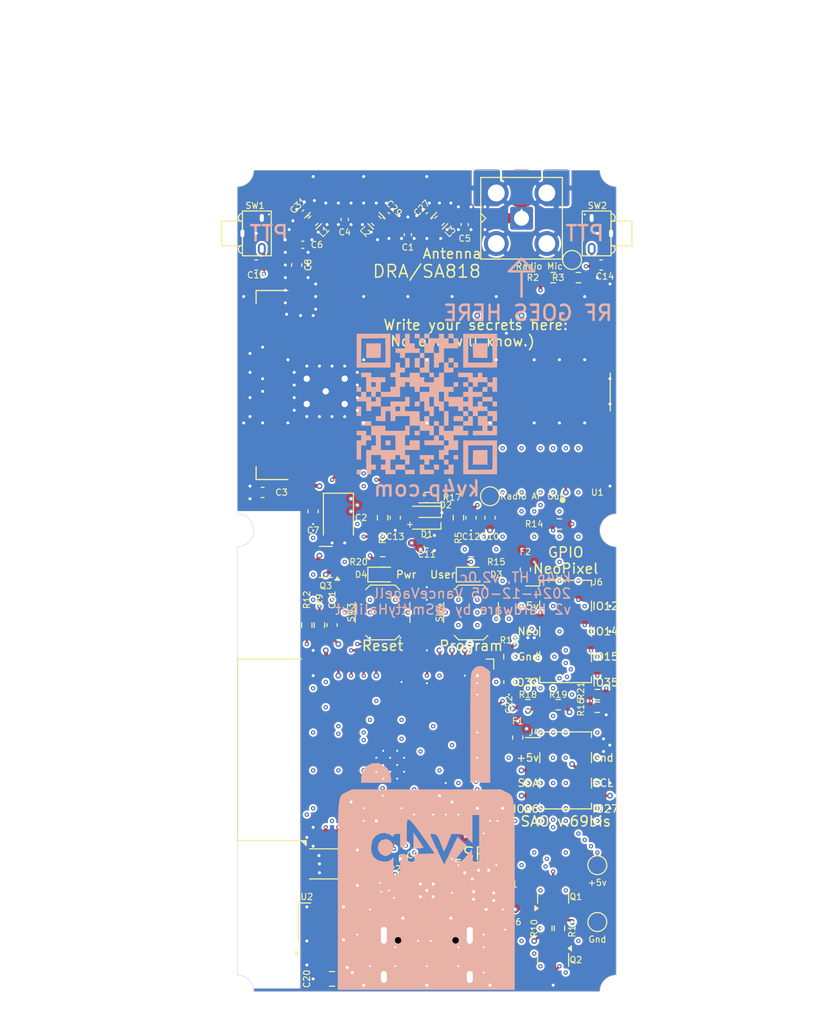
<source format=kicad_pcb>
(kicad_pcb (version 20240108) (generator "pcbnew") (generator_version "8.0")
  (title_block (title "kv4p HT") (date "2024-12-05") (rev "2.0c") (company "VanceVagell") (comment 1 "https://github.com/VanceVagell/kv4p-ht") (comment 2 "v2 hardware by @SmittyHalibut"))
  (layers (0 "F.Cu" signal) (1 "In1.Cu" signal) (2 "In2.Cu" signal) (31 "B.Cu" signal) (34 "B.Paste" user) (35 "F.Paste" user) (36 "B.SilkS" user "B.Silkscreen") (37 "F.SilkS" user "F.Silkscreen") (38 "B.Mask" user) (39 "F.Mask" user) (44 "Edge.Cuts" user))
  (net 0 "")
  (net 1 "GND")
  (net 2 "Net-(U5-IO25)")
  (net 3 "/Radio AF Out")
  (net 4 "Net-(U5-IO34)")
  (net 5 "/PTT Button Right")
  (net 6 "+3.3V")
  (net 7 "/PTT Button Left")
  (net 8 "Net-(J1-In)")
  (net 9 "Net-(U4-VDD)")
  (net 10 "VBUS")
  (net 11 "/SAO SCK")
  (net 12 "/NeoPixel DO")
  (net 13 "Net-(D3-A)")
  (net 14 "/SAO SDA")
  (net 15 "Net-(U4-D-)")
  (net 16 "Net-(U4-D+)")
  (net 17 "Net-(J5-CC2)")
  (net 18 "Net-(J5-CC1)")
  (net 19 "Net-(Q1-B)")
  (net 20 "/~{RTS}")
  (net 21 "/Enable{slash}~{Reset}")
  (net 22 "Net-(C1-Pad2)")
  (net 23 "Net-(D4-A)")
  (net 24 "/~{DTR}")
  (net 25 "Net-(Q2-B)")
  (net 26 "/GPIO0{slash}~{Program}")
  (net 27 "Net-(Q3-G)")
  (net 28 "/Radio Power Hi-Z Hi{slash}~{Low}")
  (net 29 "/Radio Mic In")
  (net 30 "Net-(U4-~{RST})")
  (net 31 "/Radio Rx")
  (net 32 "/Radio Tx")
  (net 33 "/Radio Squelch Closed{slash}~{Open}")
  (net 34 "/Radio ~{Power Down}")
  (net 35 "/Radio ~{PTT}")
  (net 41 "Net-(D1-DIN)")
  (net 44 "Net-(D1-DOUT)")
  (net 45 "Net-(C9-Pad1)")
  (net 46 "+5V")
  (net 47 "/SAO GPIO1")
  (net 56 "/USB Rx")
  (net 58 "/USB Tx")
  (net 63 "/GPIO35")
  (net 64 "/NeoPixel DI")
  (net 65 "Net-(J4-Pin_1)")
  (net 67 "/GPIO14")
  (net 71 "/SAO GPIO0")
  (net 72 "/GPIO12")
  (net 74 "Net-(J6-Pin_1)")
  (net 75 "/GPIO15")
  (net 76 "/GPIO32")
  (net 77 "/Stock LED")
  (net 78 "Net-(C29-Pad2)")
  (net 79 "Net-(C31-Pad2)")
  (net 80 "Net-(U1-ANT)")
  (footprint "LED_SMD:LED_0603_1608Metric" (layer "F.Cu") (at 146.05 97.663 180)
    (property "Reference" "D2")
    (property "Value" "Red")
  )
  (footprint "Capacitor_Tantalum_SMD:CP_EIA-3528-21_Kemet-B" (layer "F.Cu") (at 137.16 98.425 -90)
    (property "Reference" "C2")
    (property "Value" "100uF 6.3v")
  )
  (footprint "TestPoint:TestPoint_Pad_D1.5mm" (layer "F.Cu") (at 139.065 133.35)
    (property "Reference" "TP2" (hide yes))
    (property "Value" "+3.3v")
  )
  (footprint "Capacitor_SMD:C_0603_1608Metric" (layer "F.Cu") (at 128.905 73.025 180)
    (property "Reference" "C15")
    (property "Value" "2.2nF Tuned VHF")
  )
  (footprint "Capacitor_SMD:C_0805_2012Metric" (layer "F.Cu") (at 136.525 144.78)
    (property "Reference" "C20")
    (property "Value" "10uF")
  )
  (footprint "Resistor_SMD:R_0603_1608Metric" (layer "F.Cu") (at 149.225 98.425 90)
    (property "Reference" "R5")
    (property "Value" "100R")
  )
  (footprint "Libraries:L_0805_2115Metric (Murata Inductors)" (layer "F.Cu") (at 140.97 68.58 135)
    (property "Reference" "L2")
    (property "Value" "30nH")
  )
  (footprint "Capacitor_SMD:C_0603_1608Metric" (layer "F.Cu") (at 150.495 98.425 -90)
    (property "Reference" "C12")
    (property "Value" "2.2nF Tuned VHF")
  )
  (footprint "Resistor_SMD:R_0603_1608Metric" (layer "F.Cu") (at 140.97 133.731 180)
    (property "Reference" "R22")
    (property "Value" "47k")
  )
  (footprint "Package_TO_SOT_SMD:SOT-23" (layer "F.Cu") (at 135.89 102.87 180)
    (property "Reference" "Q3")
    (property "Value" "AO3400A")
  )
  (footprint "LED_SMD:LED_0603_1608Metric" (layer "F.Cu") (at 150.495 104.14)
    (property "Reference" "D3")
    (property "Value" "Red")
  )
  (footprint "Capacitor_SMD:C_0603_1608Metric" (layer "F.Cu") (at 154.305 114.935 -90)
    (property "Reference" "C22")
    (property "Value" "2.2nF Tuned VHF")
  )
  (footprint "Resistor_SMD:R_0603_1608Metric" (layer "F.Cu") (at 146.05 96.393)
    (property "Reference" "R17")
    (property "Value" "0R")
  )
  (footprint "Capacitor_SMD:C_0402_1005Metric" (layer "F.Cu") (at 137.795 68.453 90)
    (property "Reference" "C4")
    (property "Value" "16pF")
  )
  (footprint "Libraries:L_0805_2115Metric (Murata Inductors)" (layer "F.Cu") (at 147.32 68.58 -135)
    (property "Reference" "L3")
    (property "Value" "43nH")
  )
  (footprint "Button_Switch_SMD:SW_SPST_TL3342" (layer "F.Cu") (at 141.605 107.95 180)
    (property "Reference" "SW3")
    (property "Value" "Reset")
  )
  (footprint "Connector_Coaxial:SMA_Amphenol_901-143_Horizontal" (layer "F.Cu") (at 155.575 68.326)
    (property "Reference" "J1" (hide yes))
    (property "Value" "Antenna")
  )
  (footprint "Connector_PinHeader_2.54mm:PinHeader_2x03_P2.54mm_Vertical_SMD" (layer "F.Cu") (at 160.005 123.825)
    (property "Reference" "J4")
    (property "Value" "SAO v.69bis")
  )
  (footprint "LED_SMD:LED_WS2812B-2020_PLCC4_2.0x2.0mm" (layer "F.Cu") (at 146.05 98.425 180)
    (property "Reference" "D1")
    (property "Value" "SK6812-EC20")
  )
  (footprint "Connector_USB:USB_C_Receptacle_HCTL_HC-TYPE-C-16P-01A" (layer "F.Cu") (at 146.05 143.51)
    (property "Reference" "J5")
    (property "Value" "USB-C Socket")
  )
  (footprint "Capacitor_SMD:C_0603_1608Metric" (layer "F.Cu") (at 134.62 97.79 -90)
    (property "Reference" "C7")
    (property "Value" "100nF")
  )
  (footprint "Resistor_SMD:R_0603_1608Metric" (layer "F.Cu") (at 153.67 142.24)
    (property "Reference" "R7")
    (property "Value" "5.1k")
  )
  (footprint "Capacitor_SMD:C_0402_1005Metric" (layer "F.Cu") (at 133.858 67.818 -135)
    (property "Reference" "C31")
    (property "Value" "11pF")
  )
  (footprint "Package_TO_SOT_SMD:SOT-23" (layer "F.Cu") (at 158.75 142.875 -90)
    (property "Reference" "Q2")
    (property "Value" "SS8050")
  )
  (footprint "LED_SMD:LED_0603_1608Metric" (layer "F.Cu") (at 141.605 104.14)
    (property "Reference" "D4")
    (property "Value" "Red")
  )
  (footprint "Fuse:Fuse_0603_1608Metric" (layer "F.Cu") (at 155.194 120.523 -90)
    (property "Reference" "F1")
    (property "Value" "100mA")
  )
  (footprint "Inductor_SMD:L_0603_1608Metric" (layer "F.Cu") (at 147.32 68.58 -135)
    (property "Reference" "L4" (hide yes))
    (property "Value" "~")
  )
  (footprint "Resistor_SMD:R_0603_1608Metric" (layer "F.Cu") (at 161.29 74.295 180)
    (property "Reference" "R3")
    (property "Value" "1.2k")
  )
  (footprint "kv4p-ht:SW-Push-SPST-Horizontal-C455252" (layer "F.Cu") (at 164.973 69.85 -90)
    (property "Reference" "SW2")
    (property "Value" "PTT")
  )
  (footprint "Capacitor_SMD:C_0603_1608Metric" (layer "F.Cu") (at 150.495 137.795)
    (property "Reference" "C17")
    (property "Value" "1uF")
  )
  (footprint "Capacitor_SMD:C_0603_1608Metric" (layer "F.Cu") (at 129.54 95.885 180)
    (property "Reference" "C3")
    (property "Value" "2.2nF Tuned VHF")
  )
  (footprint "Inductor_SMD:L_0603_1608Metric" (layer "F.Cu") (at 140.97 68.58 135)
    (property "Reference" "L5" (hide yes))
    (property "Value" "~")
  )
  (footprint "Resistor_SMD:R_0603_1608Metric" (layer "F.Cu") (at 141.605 98.425 90)
    (property "Reference" "R4")
    (property "Value" "100R")
  )
  (footprint "TestPoint:TestPoint_Pad_D1.5mm" (layer "F.Cu") (at 163.195 133.35)
    (property "Reference" "TP1" (hide yes))
    (property "Value" "+5v")
  )
  (footprint "easyeda:DRA818V_DORJI_DRA818V" (layer "F.Cu") (at 146.685 85.09 180)
    (property "Reference" "U1")
    (property "Value" "DRA/SA818")
  )
  (footprint "Resistor_SMD:R_0603_1608Metric" (layer "F.Cu") (at 141.605 102.87)
    (property "Reference" "R20")
    (property "Value" "5.1k")
  )
  (footprint "Capacitor_SMD:C_0805_2012Metric" (layer "F.Cu") (at 151.765 135.575 -90)
    (property "Reference" "C19")
    (property "Value" "10uF")
  )
  (footprint "Capacitor_SMD:C_0603_1608Metric" (layer "F.Cu") (at 132.969 73.025 -90)
    (property "Reference" "C8")
    (property "Value" "2.2nF Tuned VHF")
  )
  (footprint "Resistor_SMD:R_0603_1608Metric" (layer "F.Cu") (at 153.035 139.065 180)
    (property "Reference" "R6")
    (property "Value" "1.2k")
  )
  (footprint "Connector_PinHeader_2.54mm:PinHeader_2x04_P2.54mm_Vertical_SMD" (layer "F.Cu") (at 160.005 109.855)
    (property "Reference" "J6")
    (property "Value" "GPIO Header")
  )
  (footprint "Package_TO_SOT_SMD:SOT-23" (layer "F.Cu") (at 158.75 136.525 90)
    (property "Reference" "Q1")
    (property "Value" "SS8050")
  )
  (footprint "Capacitor_SMD:C_0603_1608Metric" (layer "F.Cu") (at 149.86 135.575 90)
    (property "Reference" "C18")
    (property "Value" "100nF")
  )
  (footprint "Resistor_SMD:R_0603_1608Metric" (layer "F.Cu") (at 135.255 109.22 90)
    (property "Reference" "R9")
    (property "Value" "10k")
  )
  (footprint "Resistor_SMD:R_0603_1608Metric" (layer "F.Cu") (at 153.67 143.51)
    (property "Reference" "R8")
    (property "Value" "5.1k")
  )
  (footprint "Capacitor_SMD:C_0603_1608Metric" (layer "F.Cu") (at 136.525 109.22 90)
    (property "Reference" "C21")
    (property "Value" "2.2nF Tuned VHF")
  )
  (footprint "Resistor_SMD:R_0603_1608Metric" (layer "F.Cu") (at 163.195 117.475)
    (property "Reference" "R21")
    (property "Value" "100k")
  )
  (footprint "kv4p-ht:SW-Push-SPST-Horizontal-C455252" (layer "F.Cu") (at 127.108 69.85 90)
    (property "Reference" "SW1")
    (property "Value" "PTT" (hide yes))
  )
  (footprint "Resistor_SMD:R_0603_1608Metric" (layer "F.Cu") (at 159.385 139.7 90)
    (property "Reference" "R11")
    (property "Value" "10k")
  )
  (footprint "Capacitor_SMD:C_0402_1005Metric" (layer "F.Cu") (at 141.986 68.072 135)
    (property "Reference" "C29")
    (property "Value" "13pF")
  )
  (footprint "RF_Module:ESP32-WROOM-32D" (layer "F.Cu") (at 142.9 121.755 90)
    (property "Reference" "U5")
    (property "Value" "ESP32-WROOM-32E-N4")
  )
  (footprint "Libraries:L_0805_2115Metric (Murata Inductors)" (layer "F.Cu") (at 134.62 68.58 -135)
    (property "Reference" "L1")
    (property "Value" "27nH")
  )
  (footprint "Capacitor_SMD:C_0402_1005Metric" (layer "F.Cu") (at 144.145 69.977 90)
    (property "Reference" "C1")
    (property "Value" "18pF")
  )
  (footprint "Resistor_SMD:R_0603_1608Metric" (layer "F.Cu") (at 159.258 117.221 180)
    (property "Reference" "R19")
    (property "Value" "1.2k")
  )
  (footprint "Resistor_SMD:R_0603_1608Metric" (layer "F.Cu") (at 154.305 112.395 90)
    (property "Reference" "R13")
    (property "Value" "10k")
  )
  (footprint "Capacitor_SMD:C_0603_1608Metric" (layer "F.Cu") (at 142.875 98.425 -90)
    (property "Reference" "C13")
    (property "Value" "2.2nF Tuned VHF")
  )
  (footprint "Resistor_SMD:R_0603_1608Metric" (layer "F.Cu") (at 133.985 109.22 90)
    (property "Reference" "R12")
    (property "Value" "10k")
  )
  (footprint "Capacitor_Tantalum_SMD:CP_EIA-3528-21_Kemet-B" (layer "F.Cu") (at 136.0035 133.223 180)
    (property "Reference" "C16")
    (property "Value" "100uF 6.3v")
  )
  (footprint "Resistor_SMD:R_0603_1608Metric" (layer "F.Cu") (at 156.21 117.221)
    (property "Reference" "R18")
    (property "Value" "1.2k")
  )
  (footprint "Capacitor_SMD:C_0402_1005Metric" (layer "F.Cu") (at 146.304 68.072 -135)
    (property "Reference" "C27")
    (property "Value" "2.7pF")
  )
  (footprint "Capacitor_SMD:C_0402_1005Metric" (layer "F.Cu") (at 133.576 70.993 180)
    (property "Reference" "C6")
    (property "Value" "5.1pF")
  )
  (footprint "Resistor_SMD:R_0603_1608Metric" (layer "F.Cu") (at 158.115 139.7 -90)
    (property "Reference" "R10")
    (property "Value" "10k")
  )
  (footprint "Capacitor_SMD:C_0603_1608Metric" (layer "F.Cu") (at 152.4 98.425 90)
    (property "Reference" "C10")
    (property "Value" "1uF")
  )
  (footprint "Resistor_SMD:R_0603_1608Metric" (layer "F.Cu") (at 159.385 99.06 180)
    (property "Reference" "R14")
    (property "Value" "10k")
  )
  (footprint "Resistor_SMD:R_0603_1608Metric" (layer "F.Cu") (at 163.195 116.205 180)
    (property "Reference" "R16")
    (property "Value" "100k")
  )
  (footprint "Resistor_SMD:R_0603_1608Metric" (layer "F.Cu") (at 150.495 102.87)
    (property "Reference" "R15")
    (property "Value" "1.2k")
  )
  (footprint "Button_Switch_SMD:SW_SPST_TL3342" (layer "F.Cu") (at 150.495 107.95 180)
    (property "Reference" "SW4")
    (property "Value" "Program")
  )
  (footprint "TestPoint:TestPoint_Pad_D1.5mm" (layer "F.Cu") (at 160.655 72.517)
    (property "Reference" "TP4" (hide yes))
    (property "Value" "Radio Mic")
  )
  (footprint "Inductor_SMD:L_0603_1608Metric" (layer "F.Cu") (at 154.305 136.525 180)
    (property "Reference" "FB1")
    (property "Value" "Ferrite Bead, 1A")
  )
  (footprint "Connector_Coaxial:SMA_Molex_73251-2120_EdgeMount_Horizontal" (layer "F.Cu") (at 155.575 65.024 90)
    (property "Reference" "J2" (hide yes))
    (property "Value" "SMA")
  )
  (footprint "Fuse:Fuse_0603_1608Metric" (layer "F.Cu") (at 155.956 103.632 -90)
    (property "Reference" "F2")
    (property "Value" "100mA")
  )
  (footprint "Capacitor_SMD:C_0603_1608Metric" (layer "F.Cu") (at 146.05 100.965)
    (property "Reference" "C11")
    (property "Value" "100nF")
  )
  (footprint "Package_DFN_QFN:QFN-24-1EP_4x4mm_P0.5mm_EP2.6x2.6mm" (layer "F.Cu") (at 146.05 135.89 90)
    (property "Reference" "U4")
    (property "Value" "CP2102N-A02-GQFN24")
  )
  (footprint "Package_TO_SOT_SMD:SOT-223-3_TabPin2" (layer "F.Cu") (at 136.525 139.065 90)
    (property "Reference" "U2")
    (property "Value" "AZ1117H-3.3TRG1")
  )
  (footprint "Resistor_SMD:R_0603_1608Metric" (layer "F.Cu") (at 158.75 74.295 180)
    (property "Reference" "R2")
    (property "Value" "10k")
  )
  (footprint "Resistor_SMD:R_0603_1608Metric" (layer "F.Cu") (at 141.859 132.715 180)
    (property "Reference" "R1")
    (property "Value" "10k")
  )
  (footprint "Inductor_SMD:L_0603_1608Metric" (layer "F.Cu") (at 134.62 68.58 -135)
    (property "Reference" "L6" (hide yes))
    (property "Value" "~" (hide yes))
  )
  (footprint "Capacitor_SMD:C_0603_1608Metric" (layer "F.Cu") (at 163.576 73.025)
    (property "Reference" "C14")
    (property "Value" "2.2nF Tuned VHF")
  )
  (footprint "Capacitor_SMD:C_0402_1005Metric" (layer "F.Cu") (at 149.86 68.961 90)
    (property "Reference" "C5")
    (property "Value" "10pF")
  )
  (footprint "TestPoint:TestPoint_Pad_D1.5mm" (layer "F.Cu") (at 152.4 96.266)
    (property "Reference" "TP5" (hide yes))
    (property "Value" "Radio AF Out")
  )
  (footprint "TestPoint:TestPoint_Pad_D1.5mm" (layer "F.Cu") (at 163.195 139.065)
    (property "Reference" "TP3" (hide yes))
    (property "Value" "Gnd")
  )
  (footprint "Capacitor_SMD:C_0603_1608Metric" (layer "F.Cu") (at 146.939 132.334 180)
    (property "Reference" "C9")
    (property "Value" "1uF")
  )
  (footprint "kv4p-ht:kv4p_logo-white" (layer "B.Cu") (at 146.05 129.54 180)
    (property "Reference" "G***")
    (property "Value" "LOGO" (hide yes))
  )
  (footprint "kv4p-ht:qr-code" (layer "B.Cu") (at 146.05 86.995 180)
    (property "Reference" "G***" (hide yes))
    (property "Value" "LOGO" (hide yes))
  )
  (gr_line (start 155.575 72.39) (end 156.845 73.66) (stroke (width 0.254)) (layer "B.SilkS"))
  (gr_line (start 154.94 73.66) (end 154.305 73.66) (stroke (width 0.254)) (layer "B.SilkS"))
  (gr_line (start 154.305 73.66) (end 155.575 72.39) (stroke (width 0.254)) (layer "B.SilkS"))
  (gr_line (start 155.575 76.2) (end 155.575 73.66) (stroke (width 0.254)) (layer "B.SilkS"))
  (gr_line (start 156.845 73.66) (end 154.94 73.66) (stroke (width 0.254)) (layer "B.SilkS"))
  (gr_line (start 128.651001 146.049999) (end 163.448999 146.049999) (stroke (width 0.05)) (layer "Edge.Cuts"))
  (gr_arc (start 163.448999 146.049999) (mid 163.932566 144.882566) (end 165.099999 144.398999) (stroke (width 0.05)) (layer "Edge.Cuts"))
  (gr_arc (start 127 98.044) (mid 128.651 99.695) (end 127 101.346) (stroke (width 0.05)) (layer "Edge.Cuts"))
  (gr_arc (start 127.000001 144.398999) (mid 128.167434 144.882566) (end 128.651001 146.049999) (stroke (width 0.05)) (layer "Edge.Cuts"))
  (gr_line (start 163.449 63.5) (end 128.651 63.5) (stroke (width 0.05)) (layer "Edge.Cuts"))
  (gr_line (start 127 101.346) (end 127.000001 144.398999) (stroke (width 0.05)) (layer "Edge.Cuts"))
  (gr_arc (start 128.651 63.5) (mid 128.167433 64.667433) (end 127 65.151) (stroke (width 0.05)) (layer "Edge.Cuts"))
  (gr_arc (start 165.1 101.346) (mid 163.449 99.695) (end 165.1 98.044) (stroke (width 0.05)) (layer "Edge.Cuts"))
  (gr_line (start 165.1 65.151) (end 165.1 98.044) (stroke (width 0.05)) (layer "Edge.Cuts"))
  (gr_line (start 127 65.151) (end 127 98.044) (stroke (width 0.05)) (layer "Edge.Cuts"))
  (gr_line (start 165.1 101.346) (end 165.100001 144.398999) (stroke (width 0.05)) (layer "Edge.Cuts"))
  (gr_arc (start 165.1 65.151) (mid 163.932567 64.667433) (end 163.449 63.5) (stroke (width 0.05)) (layer "Edge.Cuts"))
  (gr_text "RF GOES HERE" (at 156.21 78.74 -0) (layer "B.SilkS") (effects (font (size 1.524 1.524) (thickness 0.254) (bold yes)) (justify bottom mirror)))
  (gr_text "PTT" (at 161.925 69.85 0) (layer "B.SilkS") (effects (font (size 1.524 1.524) (thickness 0.254) (bold yes)) (justify mirror)))
  (gr_text "PTT" (at 130.175 69.85 0) (layer "B.SilkS") (effects (font (size 1.524 1.524) (thickness 0.254) (bold yes)) (justify mirror)))
  (gr_text "${TITLE}, v${REVISION}\n${ISSUE_DATE} ${COMPANY}\n${COMMENT2}" (at 160.655 106.045 0) (layer "B.SilkS") (effects (font (size 1 1)) (justify left mirror)))
  (gr_text "kv4p.com" (at 146.05 94.615 0) (layer "B.SilkS") (effects (font (size 1.524 1.524) (thickness 0.254) (bold yes)) (justify top mirror)))
  (gr_text "Gnd" (at 157.405 112.395 0) (layer "F.SilkS") (effects (font (size 0.762 0.762) (thickness 0.127) (bold yes)) (justify right)))
  (gr_text "Neo" (at 157.405 109.855 0) (layer "F.SilkS") (effects (font (size 0.762 0.762) (thickness 0.127) (bold yes)) (justify right)))
  (gr_text "+" (at 143.891 99.441 0) (layer "F.SilkS") (effects (font (size 0.635 0.635) (thickness 0.1016)) (justify left bottom)))
  (gr_text "IO15" (at 162.605 112.395 0) (layer "F.SilkS") (effects (font (size 0.762 0.762) (thickness 0.127) (bold yes)) (justify left)))
  (gr_text "Reset" (at 141.605 110.7 0) (layer "F.SilkS") (effects (font (size 1.016 1.016) (thickness 0.1524)) (justify top)))
  (gr_text "Write your secrets here:\n(No one will know.)" (at 141.605 81.28 0) (layer "F.SilkS") (effects (font (size 1.016 1.016) (thickness 0.1524)) (justify left bottom)))
  (gr_text "GPIO\nNeoPixel" (at 160.02 104.14 0) (layer "F.SilkS") (effects (font (size 1.016 1.016) (thickness 0.1524)) (justify bottom)))
  (gr_text "IO26" (at 157.405 127.695 0) (layer "F.SilkS") (effects (font (size 0.762 0.762) (thickness 0.127) (bold yes)) (justify right)))
  (gr_text "IO32" (at 157.405 114.995 0) (layer "F.SilkS") (effects (font (size 0.762 0.762) (thickness 0.127) (bold yes)) (justify right)))
  (gr_text "+5v" (at 157.405 122.555 0) (layer "F.SilkS") (effects (font (size 0.762 0.762) (thickness 0.127) (bold yes)) (justify right)))
  (gr_text "Pwr" (at 142.875 104.14 0) (layer "F.SilkS") (effects (font (size 0.762 0.762) (thickness 0.127) (bold yes)) (justify left)))
  (gr_text "SAO v.69bis" (at 160.02 129.54 0) (layer "F.SilkS") (effects (font (size 1.016 1.016) (thickness 0.1524)) (justify bottom)))
  (gr_text "SCL" (at 162.605 125.095 0) (layer "F.SilkS") (effects (font (size 0.762 0.762) (thickness 0.127) (bold yes)) (justify left)))
  (gr_text "IO14" (at 162.605 109.855 0) (layer "F.SilkS") (effects (font (size 0.762 0.762) (thickness 0.127) (bold yes)) (justify left)))
  (gr_text "User" (at 149.01 104.14 0) (layer "F.SilkS") (effects (font (size 0.762 0.762) (thickness 0.127) (bold yes)) (justify right)))
  (gr_text "IO12" (at 162.605 107.315 0) (layer "F.SilkS") (effects (font (size 0.762 0.762) (thickness 0.127) (bold yes)) (justify left)))
  (gr_text "Gnd" (at 162.605 122.555 0) (layer "F.SilkS") (effects (font (size 0.762 0.762) (thickness 0.127) (bold yes)) (justify left)))
  (gr_text "Program" (at 150.495 110.7 0) (layer "F.SilkS") (effects (font (size 1.016 1.016) (thickness 0.1524)) (justify top)))
  (gr_text "IO35" (at 162.605 114.995 0) (layer "F.SilkS") (effects (font (size 0.762 0.762) (thickness 0.127) (bold yes)) (justify left)))
  (gr_text "+5v" (at 157.405 107.315 0) (layer "F.SilkS") (effects (font (size 0.762 0.762) (thickness 0.127) (bold yes)) (justify right)))
  (gr_text "ESP32" (at 151.511 132.207 0) (layer "F.SilkS") (effects (font (size 1.27 1.27))))
  (gr_text "IO27" (at 162.605 127.695 0) (layer "F.SilkS") (effects (font (size 0.762 0.762) (thickness 0.127) (bold yes)) (justify left)))
  (gr_text "SDA" (at 157.405 125.095 0) (layer "F.SilkS") (effects (font (size 0.762 0.762) (thickness 0.127) (bold yes)) (justify right)))
  (segment (start 163.18 121.285) (end 163.815 120.65) (width 0.508) (layer "F.Cu") (net 1))
  (segment (start 145.3 137.8275) (end 145.3 136.64) (width 0.254) (layer "F.Cu") (net 1))
  (segment (start 156.845 111.125) (end 157.48 111.125) (width 0.508) (layer "F.Cu") (net 1))
  (segment (start 162.53 121.285) (end 163.18 121.285) (width 0.508) (layer "F.Cu") (net 1))
  (segment (start 162.53 121.285) (end 164.45 121.285) (width 0.508) (layer "F.Cu") (net 1))
  (segment (start 156.21 110.49) (end 156.845 111.125) (width 0.508) (layer "F.Cu") (net 1))
  (segment (start 157.48 111.125) (end 156.845 110.49) (width 0.508) (layer "F.Cu") (net 1))
  (segment (start 145.3 136.64) (end 145.415 136.525) (width 0.254) (layer "F.Cu") (net 1))
  (segment (start 163.18 121.285) (end 163.815 121.92) (width 0.508) (layer "F.Cu") (net 1))
  (via (at 146.304 66.802) (size 0.6) (drill 0.3) (layers "F.Cu" "B.Cu") (net 1))
  (via (at 154.305 116.205) (size 0.45) (drill 0.2) (layers "F.Cu" "B.Cu") (net 1))
  (via (at 147.955 128.27) (size 0.45) (drill 0.2) (layers "F.Cu" "B.Cu") (net 1))
  (via (at 131.826 73.025) (size 0.6) (drill 0.3) (layers "F.Cu" "B.Cu") (net 1))
  (via (at 135.255 133.223) (size 0.6) (drill 0.3) (layers "F.Cu" "B.Cu") (net 1))
  (via (at 134.62 64.135) (size 0.6) (drill 0.3) (layers "F.Cu" "B.Cu") (net 1))
  (via (at 128.905 69.85) (size 0.6) (drill 0.3) (layers "F.Cu" "B.Cu") (net 1))
  (via (at 146.812 100.203) (size 0.6) (drill 0.3) (layers "F.Cu" "B.Cu") (net 1))
  (via (at 141.097 70.485) (size 0.6) (drill 0.3) (layers "F.Cu" "B.Cu") (net 1))
  (via (at 134.112 74.295) (size 0.6) (drill 0.3) (layers "F.Cu" "B.Cu") (net 1))
  (via (at 139.7 145.415) (size 0.6) (drill 0.3) (layers "F.Cu" "B.Cu") (net 1))
  (via (at 136.017 68.961) (size 0.6) (drill 0.3) (layers "F.Cu" "B.Cu") (net 1))
  (via (at 151.892 67.183) (size 0.6) (drill 0.3) (layers "F.Cu" "B.Cu") (net 1))
  (via (at 164.465 125.095) (size 0.6) (drill 0.3) (layers "F.Cu" "B.Cu") (net 1))
  (via (at 129.54 88.9) (size 0.6) (drill 0.3) (layers "F.Cu" "B.Cu") (net 1))
  (via (at 156.845 82.55) (size 0.6) (drill 0.3) (layers "F.Cu" "B.Cu") (net 1))
  (via (at 137.795 88.265) (size 0.6) (drill 0.3) (layers "F.Cu" "B.Cu") (net 1))
  (via (at 139.7 66.802) (size 0.6) (drill 0.3) (layers "F.Cu" "B.Cu") (net 1))
  (via (at 134.62 129.54) (size 0.6) (drill 0.3) (layers "F.Cu" "B.Cu") (net 1))
  (via (at 134.62 111.76) (size 0.6) (drill 0.3) (layers "F.Cu" "B.Cu") (net 1))
  (via (at 134.62 114.3) (size 0.6) (drill 0.3) (layers "F.Cu" "B.Cu") (net 1))
  (via (at 152.273 133.858) (size 0.6) (drill 0.3) (layers "F.Cu" "B.Cu") (net 1))
  (via (at 134.62 78.105) (size 0.6) (drill 0.3) (layers "F.Cu" "B.Cu") (net 1))
  (via (at 137.668 140.843) (size 0.6) (drill 0.3) (layers "F.Cu" "B.Cu") (net 1))
  (via (at 145.415 136.525) (size 0.6) (drill 0.3) (layers "F.Cu" "B.Cu") (net 1))
  (via (at 132.715 87.63) (size 0.6) (drill 0.3) (layers "F.Cu" "B.Cu") (net 1))
  (via (at 164.465 107.315) (size 0.6) (drill 0.3) (layers "F.Cu" "B.Cu") (net 1))
  (via (at 159.385 88.9) (size 0.6) (drill 0.3) (layers "F.Cu" "B.Cu") (net 1))
  (via (at 134.62 144.78) (size 0.6) (drill 0.3) (layers "F.Cu" "B.Cu") (net 1))
  (via (at 156.845 110.49) (size 0.6) (drill 0.3) (layers "F.Cu" "B.Cu") (net 1))
  (via (at 131.826 71.755) (size 0.6) (drill 0.3) (layers "F.Cu" "B.Cu") (net 1))
  (via (at 131.953 77.978) (size 0.6) (drill 0.3) (layers "F.Cu" "B.Cu") (net 1))
  (via (at 163.195 74.295) (size 0.6) (drill 0.3) (layers "F.Cu" "B.Cu") (net 1))
  (via (at 161.925 88.9) (size 0.6) (drill 0.3) (layers "F.Cu" "B.Cu") (net 1))
  (via (at 133.98 86.995) (size 1.27) (drill 0.635) (layers "F.Cu" "B.Cu") (net 1))
  (via (at 146.05 82.55) (size 0.6) (drill 0.3) (layers "F.Cu" "B.Cu") (net 1))
  (via (at 141.986 66.802) (size 0.6) (drill 0.3) (layers "F.Cu" "B.Cu") (net 1))
  (via (at 147.447 70.358) (size 0.6) (drill 0.3) (layers "F.Cu" "B.Cu") (net 1))
  (via (at 137.795 83.185) (size 0.6) (drill 0.3) (layers "F.Cu" "B.Cu") (net 1))
  (via (at 135.205381 132.383619) (size 0.6) (drill 0.3) (layers "F.Cu" "B.Cu") (net 1))
  (via (at 129.54 84.455) (size 0.6) (drill 0.3) (layers "F.Cu" "B.Cu") (net 1))
  (via (at 164.465 86.995) (size 0.6) (drill 0.3) (layers "F.Cu" "B.Cu") (net 1))
  (via (at 137.79 84.455) (size 1.27) (drill 0.635) (layers "F.Cu" "B.Cu") (net 1))
  (via (at 153.035 82.55) (size 0.6) (drill 0.3) (layers "F.Cu" "B.Cu") (net 1))
  (via (at 128.27 96.52) (size 0.6) (drill 0.3) (layers "F.Cu" "B.Cu") (net 1))
  (via (at 137.16 68.961) (size 0.6) (drill 0.3) (layers "F.Cu" "B.Cu") (net 1))
  (via (at 135.255 83.185) (size 0.6) (drill 0.3) (layers "F.Cu" "B.Cu") (net 1))
  (via (at 144.78 70.358) (size 0.6) (drill 0.3) (layers "F.Cu" "B.Cu") (net 1))
  (via (at 134.62 99.06) (size 0.45) (drill 0.2) (layers "F.Cu" "B.Cu") (net 1))
  (via (at 161.925 67.945) (size 0.45) (drill 0.2) (layers "F.Cu" "B.Cu") (net 1))
  (via (at 147.955 125.095) (size 0.45) (drill 0.2) (layers "F.Cu" "B.Cu") (net 1))
  (via (at 128.27 86.36) (size 0.6) (drill 0.3) (layers "F.Cu" "B.Cu") (net 1))
  (via (at 150.495 67.183) (size 0.6) (drill 0.3) (layers "F.Cu" "B.Cu") (net 1))
  (via (at 149.225 69.469) (size 0.6) (drill 0.3) (layers "F.Cu" "B.Cu") (net 1))
  (via (at 133.731 66.675) (size 0.6) (drill 0.3) (layers "F.Cu" "B.Cu") (net 1))
  (via (at 131.826 76.835) (size 0.6) (drill 0.3) (layers "F.Cu" "B.Cu") (net 1))
  (via (at 128.27 81.915) (size 0.6) (drill 0.3) (layers "F.Cu" "B.Cu") (net 1))
  (via (at 130.175 67.945) (size 0.45) (drill 0.2) (layers "F.Cu" "B.Cu") (net 1))
  (via (at 146.05 64.135) (size 0.6) (drill 0.3) (layers "F.Cu" "B.Cu") (net 1))
  (via (at 139.065 86.36) (size 0.6) (drill 0.3) (layers "F.Cu" "B.Cu") (net 1))
  (via (at 136.525 83.185) (size 0.6) (drill 0.3) (layers "F.Cu" "B.Cu") (net 1))
  (via (at 144.145 68.199) (size 0.6) (drill 0.3) (layers "F.Cu" "B.Cu") (net 1))
  (via (at 140.462 69.723) (size 0.6) (drill 0.3) (layers "F.Cu" "B.Cu") (net 1))
  (via (at 139.065 85.09) (size 0.6) (drill 0.3) (layers "F.Cu" "B.Cu") (net 1))
  (via (at 133.985 140.97) (size 0.6) (drill 0.3) (layers "F.Cu" "B.Cu") (net 1))
  (via (at 164.465 84.455) (size 0.6) (drill 0.3) (layers "F.Cu" "B.Cu") (net 1))
  (via (at 139.7 82.55) (size 0.6) (drill 0.3) (layers "F.Cu" "B.Cu") (net 1))
  (via (at 139.065 83.82) (size 0.6) (drill 0.3) (layers "F.Cu" "B.Cu") (net 1))
  (via (at 132.08 82.55) (size 0.6) (drill 0.3) (layers "F.Cu" "B.Cu") (net 1))
  (via (at 128.27 83.82) (size 0.6) (drill 0.3) (layers "F.Cu" "B.Cu") (net 1))
  (via (at 147.32 66.802) (size 0.6) (drill 0.3) (layers "F.Cu" "B.Cu") (net 1))
  (via (at 163.815 120.65) (size 0.6) (drill 0.3) (layers "F.Cu" "B.Cu") (net 1))
  (via (at 152.019 137.795) (size 0.6) (drill 0.3) (layers "F.Cu" "B.Cu") (net 1))
  (via (at 134.62 131.445) (size 0.6) (drill 0.3) (layers "F.Cu" "B.Cu") (net 1))
  (via (at 146.685 135.255) (size 0.6) (drill 0.3) (layers "F.Cu" "B.Cu") (net 1))
  (via (at 158.75 145.415) (size 0.6) (drill 0.3) (layers "F.Cu" "B.Cu") (net 1))
  (via (at 137.79 86.995) (size 1.27) (drill 0.635) (layers "F.Cu" "B.Cu") (net 1))
  (via (at 138.43 127) (size 0.6) (drill 0.3) (layers "F.Cu" "B.Cu") (net 1))
  (via (at 139.7 64.135) (size 0.6) (drill 0.3) (layers "F.Cu" "B.Cu") (net 1))
  (via (at 164.465 74.93) (size 0.6) (drill 0.3) (layers "F.Cu" "B.Cu") (net 1))
  (via (at 151.13 127.635) (size 0.6) (drill 0.3) (layers "F.Cu" "B.Cu") (net 1))
  (via (at 129.54 81.28) (size 0.6) (drill 0.3) (layers "F.Cu" "B.Cu") (net 1))
  (via (at 133.985 130.556) (size 0.6) (drill 0.3) (layers "F.Cu" "B.Cu") (net 1))
  (via (at 143.51 70.358) (size 0.6) (drill 0.3) (layers "F.Cu" "B.Cu") (net 1))
  (via (at 145.034 68.072) (size 0.6) (drill 0.3) (layers "F.Cu" "B.Cu") (net 1))
  (via (at 148.463 66.802) (size 0.6) (drill 0.3) (layers "F.Cu" "B.Cu") (net 1))
  (via (at 137.795 100.965) (size 0.6) (drill 0.3) (layers "F.Cu" "B.Cu") (net 1))
  (via (at 133.35 78.105) (size 0.6) (drill 0.3) (layers "F.Cu" "B.Cu") (net 1))
  (via (at 159.385 82.55) (size 0.6) (drill 0.3) (layers "F.Cu" "B.Cu") (net 1))
  (via (at 146.05 115.062) (size 0.45) (drill 0.2) (layers "F.Cu" "B.Cu") (net 1))
  (via (at 152.4 145.415) (size 0.6) (drill 0.3) (layers "F.Cu" "B.Cu") (net 1))
  (via (at 139.7 76.2) (size 0.6) (drill 0.3) (layers "F.Cu" "B.Cu") (net 1))
  (via (at 143.383 110.49) (size 0.45) (drill 0.2) (layers "F.Cu" "B.Cu") (net 1))
  (via (at 161.925 76.2) (size 0.6) (drill 0.3) (layers "F.Cu" "B.Cu") (net 1))
  (via (at 153.035 76.2) (size 0.6) (drill 0.3) (layers "F.Cu" "B.Cu") (net 1))
  (via (at 146.05 70.358) (size 0.6) (drill 0.3) (layers "F.Cu" "B.Cu") (net 1))
  (via (at 139.065 131.826) (size 0.6) (drill 0.3) (layers "F.Cu" "B.Cu") (net 1))
  (via (at 135.255 88.265) (size 0.6) (drill 0.3) (layers "F.Cu" "B.Cu") (net 1))
  (via (at 153.67 127.635) (size 0.6) (drill 0.3) (layers "F.Cu" "B.Cu") (net 1))
  (via (at 140.97 66.802) (size 0.6) (drill 0.3) (layers "F.Cu" "B.Cu") (net 1))
  (via (at 133.985 143.383) (size 0.6) (drill 0.3) (layers "F.Cu" "B.Cu") (net 1))
  (via (at 148.082 69.469) (size 0.6) (drill 0.3) (layers "F.Cu" "B.Cu") (net 1))
  (via (at 145.669 67.437) (size 0.6) (drill 0.3) (layers "F.Cu" "B.Cu") (net 1))
  (via (at 149.86 134.112) (size 0.6) (drill 0.3) (layers "F.Cu" "B.Cu") (net 1))
  (via (at 163.815 121.92) (size 0.6) (drill 0.3) (layers "F.Cu" "B.Cu") (net 1))
  (via (at 149.86 114.3) (size 0.45) (drill 0.2) (layers "F.Cu" "B.Cu") (net 1))
  (via (at 146.05 111.76) (size 0.45) (drill 0.2) (layers "F.Cu" "B.Cu") (net 1))
  (via (at 156.21 110.49) (size 0.6) (drill 0.3) (layers "F.Cu" "B.Cu") (net 1))
  (via (at 148.59 76.2) (size 0.6) (drill 0.3) (layers "F.Cu" "B.Cu") (net 1))
  (via (at 131.826 74.295) (size 0.6) (drill 0.3) (layers "F.Cu" "B.Cu") (net 1))
  (via (at 151.892 69.469) (size 0.6) (drill 0.3) (layers "F.Cu" "B.Cu") (net 1))
  (via (at 145.415 135.255) (size 0.6) (drill 0.3) (layers "F.Cu" "B.Cu") (net 1))
  (via (at 139.573 68.961) (size 0.6) (drill 0.3) (layers "F.Cu" "B.Cu") (net 1))
  (via (at 143.51 114.935) (size 0.45) (drill 0.2) (layers "F.Cu" "B.Cu") (net 1))
  (via (at 134.493 70.485) (size 0.6) (drill 0.3) (layers "F.Cu" "B.Cu") (net 1))
  (via (at 136.525 100.965) (size 0.6) (drill 0.3) (layers "F.Cu" "B.Cu") (net 1))
  (via (at 134.112 71.755) (size 0.6) (drill 0.3) (layers "F.Cu" "B.Cu") (net 1))
  (via (at 164.465 109.855) (size 0.6) (drill 0.3) (layers "F.Cu" "B.Cu") (net 1))
  (via (at 128.27 88.265) (size 0.6) (drill 0.3) (layers "F.Cu" "B.Cu") (net 1))
  (via (at 133.985 137.541) (size 0.6) (drill 0.3) (layers "F.Cu" "B.Cu") (net 1))
  (via (at 150.622 134.747) (size 0.6) (drill 0.3) (layers "F.Cu" "B.Cu") (net 1))
  (via (at 133.98 84.455) (size 1.27) (drill 0.635) (layers "F.Cu" "B.Cu") (net 1))
  (via (at 134.747 66.548) (size 0.6) (drill 0.3) (layers "F.Cu" "B.Cu") (net 1))
  (via (at 150.495 99.695) (size 0.45) (drill 0.2) (layers "F.Cu" "B.Cu") (net 1))
  (via (at 127.635 76.2) (size 0.6) (drill 0.3) (layers "F.Cu" "B.Cu") (net 1))
  (via (at 133.985 83.185) (size 0.6) (drill 0.3) (layers "F.Cu" "B.Cu") (net 1))
  (via (at 132.207 69.469) (size 0.6) (drill 0.3) (layers "F.Cu" "B.Cu") (net 1))
  (via (at 149.225 67.183) (size 0.6) (drill 0.3) (layers "F.Cu" "B.Cu") (net 1))
  (via (at 140.335 110.49) (size 0.45) (drill 0.2) (layers "F.Cu" "B.Cu") (net 1))
  (via (at 156.845 88.9) (size 0.6) (drill 0.3) (layers "F.Cu" "B.Cu") (net 1))
  (via (at 132.715 83.82) (size 0.6) (drill 0.3) (layers "F.Cu" "B.Cu") (net 1))
  (via (at 151.13 111.125) (size 0.45) (drill 0.2) (layers "F.Cu" "B.Cu") (net 1))
  (via (at 132.588 68.58) (size 0.6) (drill 0.3) (layers "F.Cu" "B.Cu") (net 1))
  (via (at 164.084 118.237) (size 0.6) (drill 0.3) (layers "F.Cu" "B.Cu") (net 1))
  (via (at 164.465 95.25) (size 0.6) (drill 0.3) (layers "F.Cu" "B.Cu") (net 1))
  (via (at 142.875 99.695) (size 0.6) (drill 0.3) (layers "F.Cu" "B.Cu") (net 1))
  (via (at 164.45 121.285) (size 0.6) (drill 0.3) (layers "F.Cu" "B.Cu") (net 1))
  (via (at 139.065 135.382) (size 0.6) (drill 0.3) (layers "F.Cu" "B.Cu") (net 1))
  (via (at 139.065 87.63) (size 0.6) (drill 0.3) (layers "F.Cu" "B.Cu") (net 1))
  (via (at 151.257 133.858) (size 0.6) (drill 0.3) (layers "F.Cu" "B.Cu") (net 1))
  (via (at 132.08 88.9) (size 0.6) (drill 0.3) (layers "F.Cu" "B.Cu") (net 1))
  (via (at 146.05 145.415) (size 0.6) (drill 0.3) (layers "F.Cu" "B.Cu") (net 1))
  (via (at 132.715 86.36) (size 0.6) (drill 0.3) (layers "F.Cu" "B.Cu") (net 1))
  (via (at 134.112 73.025) (size 0.6) (drill 0.3) (layers "F.Cu" "B.Cu") (net 1))
  (via (at 146.685 136.525) (size 0.6) (drill 0.3) (layers "F.Cu" "B.Cu") (net 1))
  (via (at 134.874 74.93) (size 0.6) (drill 0.3) (layers "F.Cu" "B.Cu") (net 1))
  (via (at 154.051 79.883) (size 0.6) (drill 0.3) (layers "F.Cu" "B.Cu") (net 1))
  (via (at 135.89 66.802) (size 0.6) (drill 0.3) (layers "F.Cu" "B.Cu") (net 1))
  (via (at 135.255 134.112) (size 0.6) (drill 0.3) (layers "F.Cu" "B.Cu") (net 1))
  (via (at 132.969 67.437) (size 0.6) (drill 0.3) (layers "F.Cu" "B.Cu") (net 1))
  (via (at 135.885 85.725) (size 1.27) (drill 0.635) (layers "F.Cu" "B.Cu") (net 1))
  (via (at 131.826 75.565) (size 0.6) (drill 0.3) (layers "F.Cu" "B.Cu") (net 1))
  (via (at 143.383 132.715) (size 0.6) (drill 0.3) (layers "F.Cu" "B.Cu") (net 1))
  (via (at 142.621 67.437) (size 0.6) (drill 0.3) (layers "F.Cu" "B.Cu") (net 1))
  (via (at 152.4 88.9) (size 0.6) (drill 0.3) (layers "F.Cu" "B.Cu") (net 1))
  (via (at 129.54 85.725) (size 0.6) (drill 0.3) (layers "F.Cu" "B.Cu") (net 1))
  (via (at 146.05 143.51) (size 0.45) (drill 0.2) (layers "F.Cu" "B.Cu") (net 1))
  (via (at 128.27 95.25) (size 0.6) (drill 0.3) (layers "F.Cu" "B.Cu") (net 1))
  (via (at 138.43 66.802) (size 0.6) (drill 0.3) (layers "F.Cu" "B.Cu") (net 1))
  (via (at 146.05 106.68) (size 0.45) (drill 0.2) (layers "F.Cu" "B.Cu") (net 1))
  (via (at 139.7 88.9) (size 0.6) (drill 0.3) (layers "F.Cu" "B.Cu") (net 1))
  (via (at 133.985 88.265) (size 0.6) (drill 0.3) (layers "F.Cu" "B.Cu") (net 1))
  (via (at 137.16 66.802) (size 0.6) (drill 0.3) (layers "F.Cu" "B.Cu") (net 1))
  (via (at 138.43 68.961) (size 0.6) (drill 0.3) (layers "F.Cu" "B.Cu") (net 1))
  (via (at 146.05 105.41) (size 0.45) (drill 0.2) (layers "F.Cu" "B.Cu") (net 1))
  (via (at 146.812 101.727) (size 0.6) (drill 0.3) (layers "F.Cu" "B.Cu") (net 1))
  (via (at 143.256 68.072) (size 0.6) (drill 0.3) (layers "F.Cu" "B.Cu") (net 1))
  (via (at 142.24 70.358) (size 0.6) (drill 0.3) (layers "F.Cu" "B.Cu") (net 1))
  (via (at 135.128 69.723) (size 0.6) (drill 0.3) (layers "F.Cu" "B.Cu") (net 1))
  (via (at 127.635 88.9) (size 0.6) (drill 0.3) (layers "F.Cu" "B.Cu") (net 1))
  (via (at 161.925 82.55) (size 0.6) (drill 0.3) (layers "F.Cu" "B.Cu") (net 1))
  (via (at 150.495 69.469) (size 0.6) (drill 0.3) (layers "F.Cu" "B.Cu") (net 1))
  (via (at 136.525 88.265) (size 0.6) (drill 0.3) (layers "F.Cu" "B.Cu") (net 1))
  (via (at 144.145 76.2) (size 0.6) (drill 0.3) (layers "F.Cu" "B.Cu") (net 1))
  (via (at 147.574 97.917) (size 0.6) (drill 0.3) (layers "F.Cu" "B.Cu") (net 1))
  (via (at 164.465 127.635) (size 0.6) (drill 0.3) (layers "F.Cu" "B.Cu") (net 1))
  (via (at 132.715 85.09) (size 0.6) (drill 0.3) (layers "F.Cu" "B.Cu") (net 1))
  (via (at 131.826 70.485) (size 0.6) (drill 0.3) (layers "F.Cu" "B.Cu") (net 1))
  (via (at 163.195 69.85) (size 0.6) (drill 0.3) (layers "F.Cu" "B.Cu") (net 1))
  (via (at 146.05 88.9) (size 0.6) (drill 0.3) (layers "F.Cu" "B.Cu") (net 1))
  (via (at 149.225 143.51) (size 0.45) (drill 0.2) (layers "F.Cu" "B.Cu") (net 1))
  (via (at 134.62 99.695) (size 0.45) (drill 0.2) (layers "F.Cu" "B.Cu") (net 1))
  (via (at 146.05 135.89) (size 0.6) (drill 0.3) (layers "F.Cu" "B.Cu") (net 1))
  (via (at 137.668 137.541) (size 0.6) (drill 0.3) (layers "F.Cu" "B.Cu") (net 1))
  (via (at 134.874 76.2) (size 0.6) (drill 0.3) (layers "F.Cu" "B.Cu") (net 1))
  (via (at 134.874 77.47) (size 0.6) (drill 0.3) (layers "F.Cu" "B.Cu") (net 1))
  (segment (start 146.08 132.25) (end 146.164 132.334) (width 0.381) (layer "F.Cu") (net 2))
  (segment (start 146.05 130.475) (end 146.08 130.505) (width 0.381) (layer "F.Cu") (net 2))
  (segment (start 146.08 130.505) (end 146.08 132.25) (width 0.381) (layer "F.Cu") (net 2))
  (segment (start 152.4 96.266) (end 151.135 95.001) (width 0.381) (layer "F.Cu") (net 3))
  (segment (start 152.4 97.65) (end 152.4 96.266) (width 0.381) (layer "F.Cu") (net 3))
  (segment (start 151.135 95.001) (end 151.135 93.915) (width 0.381) (layer "F.Cu") (net 3))
  (segment (start 141 132.681) (end 141.034 132.715) (width 0.254) (layer "F.Cu") (net 4))
  (segment (start 140.97 128.905) (end 140.97 130.475) (width 0.381) (layer "F.Cu") (net 4))
  (segment (start 141.034 132.715) (end 141.034 132.334) (width 0.254) (layer "F.Cu") (net 4))
  (segment (start 140.97 130.475) (end 141 130.505) (width 0.381) (layer "F.Cu") (net 4))
  (segment (start 141 130.505) (end 141 132.681) (width 0.254) (layer "F.Cu") (net 4))
  (segment (start 141.795 133.476) (end 141.034 132.715) (width 0.2) (layer "F.Cu") (net 4))
  (segment (start 141.795 133.731) (end 141.795 133.476) (width 0.2) (layer "F.Cu") (net 4))
  (via (at 140.97 128.905) (size 0.6) (drill 0.3) (layers "F.Cu" "B.Cu") (net 4))
  (via (at 152.4 99.695) (size 0.6) (drill 0.3) (layers "F.Cu" "B.Cu") (net 4))
  (via (at 152.4 128.905) (size 0.45) (drill 0.2) (layers "F.Cu" "B.Cu") (net 4))
  (segment (start 162.052 73.152) (end 162.674 73.152) (width 0.254) (layer "F.Cu") (net 5))
  (segment (start 146.08 114.27) (end 146.05 114.3) (width 0.254) (layer "F.Cu") (net 5))
  (segment (start 162.623 72.847) (end 162.801 73.025) (width 0.2) (layer "F.Cu") (net 5))
  (segment (start 162.674 73.152) (end 162.801 73.025) (width 0.254) (layer "F.Cu") (net 5))
  (segment (start 160.21 99.06) (end 160.655 99.06) (width 0.381) (layer "F.Cu") (net 5))
  (segment (start 162.623 71.4) (end 162.623 72.847) (width 0.2) (layer "F.Cu") (net 5))
  (segment (start 146.08 113.005) (end 146.08 114.27) (width 0.254) (layer "F.Cu") (net 5))
  (via (at 146.05 114.3) (size 0.45) (drill 0.2) (layers "F.Cu" "B.Cu") (net 5))
  (via (at 160.655 99.06) (size 0.45) (drill 0.2) (layers "F.Cu" "B.Cu") (net 5))
  (via (at 160.528 113.665) (size 0.45) (drill 0.2) (layers "F.Cu" "B.Cu") (net 5))
  (via (at 162.052 73.152) (size 0.45) (drill 0.2) (layers "F.Cu" "B.Cu") (net 5))
  (segment (start 137.541 133.223) (end 138.938 133.223) (width 1.016) (layer "F.Cu") (net 6))
  (segment (start 154.8765 111.1885) (end 154.495 111.57) (width 0.254) (layer "F.Cu") (net 6))
  (segment (start 138.938 133.223) (end 139.065 133.35) (width 1.016) (layer "F.Cu") (net 6))
  (segment (start 138.46 130.505) (end 139.73 130.505) (width 0.2) (layer "F.Cu") (net 6))
  (segment (start 158.75 99.695) (end 158.75 99.25) (width 0.254) (layer "F.Cu") (net 6))
  (segment (start 137.541 131.953) (end 137.541 133.223) (width 0.2) (layer "F.Cu") (net 6))
  (segment (start 139.446 133.731) (end 139.065 133.35) (width 0.2) (layer "F.Cu") (net 6))
  (segment (start 135.89 130.475) (end 135.92 130.505) (width 0.254) (layer "F.Cu") (net 6))
  (segment (start 137.541 133.223) (end 135.92 131.602) (width 1.016) (layer "F.Cu") (net 6))
  (segment (start 156.4 117.856) (end 157.035 117.221) (width 0.254) (layer "F.Cu") (net 6))
  (segment (start 158.75 99.25) (end 158.56 99.06) (width 0.254) (layer "F.Cu") (net 6))
  (segment (start 138.46 131.034) (end 137.541 131.953) (width 0.2) (layer "F.Cu") (net 6))
  (segment (start 136.525 142.215) (end 136.525 135.915) (width 1.016) (layer "F.Cu") (net 6))
  (segment (start 133.985 108.395) (end 135.255 108.395) (width 0.254) (layer "F.Cu") (net 6))
  (segment (start 138.46 130.505) (end 138.46 131.034) (width 0.2) (layer "F.Cu") (net 6))
  (segment (start 137.541 134.899) (end 137.541 133.223) (width 1.016) (layer "F.Cu") (net 6))
  (segment (start 157.035 117.221) (end 158.433 117.221) (width 0.254) (layer "F.Cu") (net 6))
  (segment (start 156.21 117.856) (end 156.4 117.856) (width 0.254) (layer "F.Cu") (net 6))
  (segment (start 135.255 108.395) (end 135.255 107.315) (width 0.254) (layer "F.Cu") (net 6))
  (segment (start 136.525 135.915) (end 137.541 134.899) (width 1.016) (layer "F.Cu") (net 6))
  (segment (start 135.89 129.54) (end 135.89 130.475) (width 0.254) (layer "F.Cu") (net 6))
  (segment (start 135.92 131.602) (end 135.92 130.505) (width 1.016) (layer "F.Cu") (net 6))
  (segment (start 140.145 133.731) (end 139.446 133.731) (width 0.2) (layer "F.Cu") (net 6))
  (segment (start 154.495 111.57) (end 154.305 111.57) (width 0.254) (layer "F.Cu") (net 6))
  (via (at 158.75 99.695) (size 0.45) (drill 0.2) (layers "F.Cu" "B.Cu") (net 6))
  (via (at 135.89 129.54) (size 0.45) (drill 0.2) (layers "F.Cu" "B.Cu") (net 6))
  (via (at 135.255 107.315) (size 0.45) (drill 0.2) (layers "F.Cu" "B.Cu") (net 6))
  (via (at 156.21 117.856) (size 0.6) (drill 0.3) (layers "F.Cu" "B.Cu") (net 6))
  (via (at 158.75 107.315) (size 0.45) (drill 0.2) (layers "F.Cu" "B.Cu") (net 6))
  (via (at 155.575 107.315) (size 0.45) (drill 0.2) (layers "F.Cu" "B.Cu") (net 6))
  (via (at 154.8765 111.1885) (size 0.45) (drill 0.2) (layers "F.Cu" "B.Cu") (net 6))
  (segment (start 129.68 73.025) (end 129.68 71.622) (width 0.254) (layer "F.Cu") (net 7))
  (segment (start 144.81 130.505) (end 144.81 128.3) (width 0.254) (layer "F.Cu") (net 7))
  (segment (start 129.667 73.914) (end 129.667 73.038) (width 0.254) (layer "F.Cu") (net 7))
  (segment (start 144.81 128.3) (end 144.78 128.27) (width 0.254) (layer "F.Cu") (net 7))
  (segment (start 133.985 110.045) (end 133.985 111.125) (width 0.254) (layer "F.Cu") (net 7))
  (segment (start 129.667 73.038) (end 129.68 73.025) (width 0.254) (layer "F.Cu") (net 7))
  (segment (start 129.68 71.622) (end 129.458 71.4) (width 0.254) (layer "F.Cu") (net 7))
  (via (at 133.985 111.125) (size 0.45) (drill 0.2) (layers "F.Cu" "B.Cu") (net 7))
  (via (at 144.78 128.27) (size 0.45) (drill 0.2) (layers "F.Cu" "B.Cu") (net 7))
  (via (at 133.985 128.27) (size 0.45) (drill 0.2) (layers "F.Cu" "B.Cu") (net 7))
  (via (at 129.667 73.914) (size 0.45) (drill 0.2) (layers "F.Cu" "B.Cu") (net 7))
  (segment (start 146.643411 67.732589) (end 147.586283 67.732589) (width 0.635) (layer "F.Cu") (net 8))
  (segment (start 148.568602 68.326) (end 148.071301 67.828699) (width 1.016) (layer "F.Cu") (net 8))
  (segment (start 155.575 68.326) (end 148.568602 68.326) (width 1.016) (layer "F.Cu") (net 8))
  (segment (start 147.586283 67.732589) (end 147.876847 68.023153) (width 0.635) (layer "F.Cu") (net 8))
  (segment (start 155.575 68.326) (end 155.575 65.274) (width 1.016) (layer "F.Cu") (net 8))
  (segment (start 149.72 137.795) (end 149.6875 137.8275) (width 0.381) (layer "F.Cu") (net 9))
  (segment (start 149.6875 137.8275) (end 147.3 137.8275) (width 0.381) (layer "F.Cu") (net 9))
  (segment (start 151.8055 138.6605) (end 152.21 139.065) (width 0.381) (layer "F.Cu") (net 9))
  (segment (start 150.5855 138.6605) (end 151.8055 138.6605) (width 0.381) (layer "F.Cu") (net 9))
  (segment (start 149.72 137.795) (end 150.5855 138.6605) (width 0.381) (layer "F.Cu") (net 9))
  (segment (start 147.3 137.8275) (end 146.8155 137.8275) (width 0.381) (layer "F.Cu") (net 9))
  (segment (start 143.65 138.697) (end 143.65 139.765) (width 0.5) (layer "F.Cu") (net 10))
  (segment (start 155.0925 137.6425) (end 155.0925 136.525) (width 0.762) (layer "F.Cu") (net 10))
  (segment (start 143.637 138.684) (end 143.65 138.697) (width 0.5) (layer "F.Cu") (net 10))
  (segment (start 148.45 139.765) (end 148.45 138.697) (width 0.5) (layer "F.Cu") (net 10))
  (segment (start 154.94 137.795) (end 155.0925 137.6425) (width 0.762) (layer "F.Cu") (net 10))
  (segment (start 148.45 138.697) (end 148.463 138.684) (width 0.5) (layer "F.Cu") (net 10))
  (via (at 154.94 137.795) (size 0.6) (drill 0.3) (layers "F.Cu" "B.Cu") (net 10))
  (via (at 143.637 138.684) (size 0.6) (drill 0.3) (layers "F.Cu" "B.Cu") (net 10))
  (via (at 148.463 138.684) (size 0.6) (drill 0.3) (layers "F.Cu" "B.Cu") (net 10))
  (segment (start 160.083 117.665) (end 160.401 117.983) (width 0.254) (layer "F.Cu") (net 11))
  (segment (start 160.083 117.221) (end 160.083 117.665) (width 0.254) (layer "F.Cu") (net 11))
  (segment (start 137.16 114.3) (end 137.16 113.035) (width 0.254) (layer "F.Cu") (net 11))
  (segment (start 162.53 123.825) (end 161.29 123.825) (width 0.254) (layer "F.Cu") (net 11))
  (segment (start 161.29 123.825) (end 160.655 123.19) (width 0.254) (layer "F.Cu") (net 11))
  (segment (start 137.16 113.035) (end 137.19 113.005) (width 0.254) (layer "F.Cu") (net 11))
  (via (at 160.401 117.983) (size 0.6) (drill 0.3) (layers "F.Cu" "B.Cu") (net 11))
  (via (at 160.655 123.19) (size 0.6) (drill 0.3) (layers "F.Cu" "B.Cu") (net 11))
  (via (at 137.16 119.38) (size 0.45) (drill 0.2) (layers "F.Cu" "B.Cu") (net 11))
  (via (at 137.16 114.3) (size 0.6) (drill 0.3) (layers "F.Cu" "B.Cu") (net 11))
  (segment (start 148.145 96.52) (end 149.225 97.6) (width 0.254) (layer "F.Cu") (net 12))
  (segment (start 149.225 97.6) (end 150.445 97.6) (width 0.254) (layer "F.Cu") (net 12))
  (segment (start 150.495 97.65) (end 150.635 97.65) (width 0.254) (layer "F.Cu") (net 12))
  (segment (start 150.445 97.6) (end 150.495 97.65) (width 0.254) (layer "F.Cu") (net 12))
  (segment (start 150.635 97.65) (end 151.13 97.155) (width 0.254) (layer "F.Cu") (net 12))
  (segment (start 146.875 96.52) (end 148.145 96.52) (width 0.254) (layer "F.Cu") (net 12))
  (segment (start 157.48 107.95) (end 157.48 108.585) (width 0.254) (layer "F.Cu") (net 12))
  (via (at 151.13 97.155) (size 0.45) (drill 0.2) (layers "F.Cu" "B.Cu") (net 12))
  (via (at 157.48 97.155) (size 0.45) (drill 0.2) (layers "F.Cu" "B.Cu") (net 12))
  (via (at 157.48 107.95) (size 0.45) (drill 0.2) (layers "F.Cu" "B.Cu") (net 12))
  (segment (start 151.32 104.1025) (end 151.2825 104.14) (width 0.254) (layer "F.Cu") (net 13))
  (segment (start 151.32 102.87) (end 151.32 104.1025) (width 0.254) (layer "F.Cu") (net 13))
  (segment (start 154.686 117.602) (end 155.004 117.602) (width 0.254) (layer "F.Cu") (net 14))
  (segment (start 140.97 114.3) (end 140.97 113.035) (width 0.254) (layer "F.Cu") (net 14))
  (segment (start 157.48 123.825) (end 155.56 123.825) (width 0.254) (layer "F.Cu") (net 14))
  (segment (start 140.97 113.035) (end 141 113.005) (width 0.254) (layer "F.Cu") (net 14))
  (segment (start 155.004 117.602) (end 155.385 117.221) (width 0.254) (layer "F.Cu") (net 14))
  (via (at 154.686 117.602) (size 0.6) (drill 0.3) (layers "F.Cu" "B.Cu") (net 14))
  (via (at 139.7 120.015) (size 0.45) (drill 0.2) (layers "F.Cu" "B.Cu") (net 14))
  (via (at 155.56 123.825) (size 0.6) (drill 0.3) (layers "F.Cu" "B.Cu") (net 14))
  (via (at 140.97 114.3) (size 0.6) (drill 0.3) (layers "F.Cu" "B.Cu") (net 14))
  (segment (start 145.161 140.97) (end 145.3 140.831) (width 0.2) (layer "F.Cu") (net 15))
  (segment (start 145.3 140.831) (end 145.3 139.765) (width 0.2) (layer "F.Cu") (net 15))
  (segment (start 146.3 139.765) (end 146.3 137.8275) (width 0.2) (layer "F.Cu") (net 15))
  (segment (start 146.3 140.839) (end 146.431 140.97) (width 0.2) (layer "F.Cu") (net 15))
  (segment (start 146.3 139.765) (end 146.3 140.839) (width 0.2) (layer "F.Cu") (net 15))
  (via (at 145.161 140.97) (size 0.45) (drill 0.2) (layers "F.Cu" "B.Cu") (net 15))
  (via (at 146.431 140.97) (size 0.45) (drill 0.2) (layers "F.Cu" "B.Cu") (net 15))
  (segment (start 145.8 139.765) (end 145.8 141.355) (width 0.2) (layer "F.Cu") (net 16))
  (segment (start 146.05 141.605) (end 146.538463 141.605) (width 0.2) (layer "F.Cu") (net 16))
  (segment (start 145.8 141.355) (end 146.05 141.605) (width 0.2) (layer "F.Cu") (net 16))
  (segment (start 146.956 141.187463) (end 146.956 140.60341) (width 0.2) (layer "F.Cu") (net 16))
  (segment (start 145.8 138.684) (end 145.8 137.8275) (width 0.2) (layer "F.Cu") (net 16))
  (segment (start 146.956 140.60341) (end 146.8 140.44741) (width 0.2) (layer "F.Cu") (net 16))
  (segment (start 145.8 139.765) (end 145.8 138.684) (width 0.2) (layer "F.Cu") (net 16))
  (segment (start 146.8 140.44741) (end 146.8 139.765) (width 0.2) (layer "F.Cu") (net 16))
  (segment (start 146.538463 141.605) (end 146.956 141.187463) (width 0.2) (layer "F.Cu") (net 16))
  (segment (start 147.8 139.765) (end 147.8 141.45) (width 0.254) (layer "F.Cu") (net 17))
  (segment (start 148.59 142.24) (end 152.845 142.24) (width 0.254) (layer "F.Cu") (net 17))
  (segment (start 147.8 141.45) (end 148.59 142.24) (width 0.254) (layer "F.Cu") (net 17))
  (segment (start 146.05 142.875) (end 151.13 142.875) (width 0.254) (layer "F.Cu") (net 18))
  (segment (start 144.8 139.765) (end 144.8 140.550354) (width 0.254) (layer "F.Cu") (net 18))
  (segment (start 151.13 142.875) (end 151.765 143.51) (width 0.254) (layer "F.Cu") (net 18))
  (segment (start 144.609 140.741354) (end 144.609 141.434) (width 0.254) (layer "F.Cu") (net 18))
  (segment (start 144.609 141.434) (end 146.05 142.875) (width 0.254) (layer "F.Cu") (net 18))
  (segment (start 151.765 143.51) (end 152.845 143.51) (width 0.254) (layer "F.Cu") (net 18))
  (segment (start 144.8 140.550354) (end 144.609 140.741354) (width 0.254) (layer "F.Cu") (net 18))
  (segment (start 157.8 137.4625) (end 157.8 138.56) (width 0.254) (layer "F.Cu") (net 19))
  (segment (start 157.8 138.56) (end 158.115 138.875) (width 0.254) (layer "F.Cu") (net 19))
  (segment (start 143.276 134.64) (end 144.1125 134.64) (width 0.254) (layer "F.Cu") (net 20))
  (segment (start 159.7 137.4625) (end 159.7 138.56) (width 0.254) (layer "F.Cu") (net 20))
  (segment (start 159.7 138.56) (end 159.385 138.875) (width 0.254) (layer "F.Cu") (net 20))
  (segment (start 159.385 138.875) (end 160.465 138.875) (width 0.254) (layer "F.Cu") (net 20))
  (segment (start 160.465 138.875) (end 160.655 139.065) (width 0.254) (layer "F.Cu") (net 20))
  (segment (start 142.875 134.239) (end 143.276 134.64) (width 0.254) (layer "F.Cu") (net 20))
  (via (at 160.655 139.065) (size 0.6) (drill 0.3) (layers "F.Cu" "B.Cu") (net 20))
  (via (at 142.875 134.239) (size 0.45) (drill 0.2) (layers "F.Cu" "B.Cu") (net 20))
  (segment (start 137.16 111.125) (end 136.525 110.49) (width 0.254) (layer "F.Cu") (net 21))
  (segment (start 144.755 109.85) (end 138.455 109.85) (width 0.254) (layer "F.Cu") (net 21))
  (segment (start 138.31 109.995) (end 138.455 109.85) (width 0.254) (layer "F.Cu") (net 21))
  (segment (start 137.16 129.54) (end 137.16 130.475) (width 0.254) (layer "F.Cu") (net 21))
  (segment (start 158.75 135.5875) (end 158.75 133.985) (width 0.254) (layer "F.Cu") (net 21))
  (segment (start 136.525 109.995) (end 138.31 109.995) (width 0.254) (layer "F.Cu") (net 21))
  (segment (start 136.475 110.045) (end 136.525 109.995) (width 0.254) (layer "F.Cu") (net 21))
  (segment (start 137.16 130.475) (end 137.19 130.505) (width 0.254) (layer "F.Cu") (net 21))
  (segment (start 135.255 110.045) (end 136.475 110.045) (width 0.254) (layer "F.Cu") (net 21))
  (segment (start 136.525 110.49) (end 136.525 109.995) (width 0.254) (layer "F.Cu") (net 21))
  (via (at 158.75 129.54) (size 0.45) (drill 0.2) (layers "F.Cu" "B.Cu") (net 21))
  (via (at 137.16 111.125) (size 0.6) (drill 0.3) (layers "F.Cu" "B.Cu") (net 21))
  (via (at 137.16 129.54) (size 0.45) (drill 0.2) (layers "F.Cu" "B.Cu") (net 21))
  (via (at 158.75 133.985) (size 0.45) (drill 0.2) (layers "F.Cu" "B.Cu") (net 21))
  (segment (start 141.721301 69.331301) (end 143.256 69.331301) (width 1.016) (layer "F.Cu") (net 22))
  (segment (start 145.923 69.331301) (end 146.568699 69.331301) (width 1.016) (layer "F.Cu") (net 22))
  (segment (start 142.325411 68.411411) (end 141.721301 69.015521) (width 0.635) (layer "F.Cu") (net 22))
  (segment (start 145.964589 68.411411) (end 146.568699 69.015521) (width 0.635) (layer "F.Cu") (net 22))
  (segment (start 143.256 69.331301) (end 145.923 69.331301) (width 1.016) (layer "F.Cu") (net 22))
  (segment (start 141.721301 69.015521) (end 141.721301 69.331301) (width 0.635) (layer "F.Cu") (net 22))
  (segment (start 146.568699 69.015521) (end 146.568699 69.331301) (width 0.635) (layer "F.Cu") (net 22))
  (segment (start 145.034 69.331301) (end 145.923 69.331301) (width 0.508) (layer "F.Cu") (net 22))
  (segment (start 143.256 69.331301) (end 142.325411 68.411411) (width 0.635) (layer "F.Cu") (net 22))
  (segment (start 145.964589 68.411411) (end 145.034 69.331301) (width 0.635) (layer "F.Cu") (net 22))
  (segment (start 142.3925 104.14) (end 142.3925 102.9075) (width 0.254) (layer "F.Cu") (net 23))
  (segment (start 142.3925 102.9075) (end 142.43 102.87) (width 0.254) (layer "F.Cu") (net 23))
  (segment (start 142.76 136.64) (end 144.1125 136.64) (width 0.254) (layer "F.Cu") (net 24))
  (segment (start 157.29 140.525) (end 156.845 140.97) (width 0.254) (layer "F.Cu") (net 24))
  (segment (start 157.8 141.9375) (end 157.8 140.84) (width 0.254) (layer "F.Cu") (net 24))
  (segment (start 158.115 140.525) (end 157.29 140.525) (width 0.254) (layer "F.Cu") (net 24))
  (segment (start 157.8 140.84) (end 158.115 140.525) (width 0.254) (layer "F.Cu") (net 24))
  (via (at 156.845 140.97) (size 0.6) (drill 0.3) (layers "F.Cu" "B.Cu") (net 24))
  (via (at 142.76 136.64) (size 0.45) (drill 0.2) (layers "F.Cu" "B.Cu") (net 24))
  (segment (start 159.7 140.84) (end 159.385 140.525) (width 0.254) (layer "F.Cu") (net 25))
  (segment (start 159.7 141.9375) (end 159.7 140.84) (width 0.254) (layer "F.Cu") (net 25))
  (segment (start 153.645 109.85) (end 153.645 109.88) (width 0.254) (layer "F.Cu") (net 26))
  (segment (start 151.955 113.22) (end 154.305 113.22) (width 0.254) (layer "F.Cu") (net 26))
  (segment (start 151.13 114.3) (end 151.13 113.035) (width 0.254) (layer "F.Cu") (net 26))
  (segment (start 147.345 109.85) (end 152.4 109.85) (width 0.254) (layer "F.Cu") (net 26))
  (segment (start 153.035 110.49) (end 153.035 111.95) (width 0.254) (layer "F.Cu") (net 26))
  (segment (start 158.75 143.8125) (end 159.0825 143.8125) (width 0.254) (layer "F.Cu") (net 26))
  (segment (start 151.13 113.035) (end 151.16 113.005) (width 0.254) (layer "F.Cu") (net 26))
  (segment (start 153.645 109.88) (end 153.035 110.49) (width 0.254) (layer "F.Cu") (net 26))
  (segment (start 153.035 111.95) (end 154.305 113.22) (width 0.254) (layer "F.Cu") (net 26))
  (segment (start 151.74 113.005) (end 151.955 113.22) (width 0.254) (layer "F.Cu") (net 26))
  (segment (start 159.0825 143.8125) (end 159.385 143.51) (width 0.254) (layer "F.Cu") (net 26))
  (segment (start 151.16 113.005) (end 151.74 113.005) (width 0.254) (layer "F.Cu") (net 26))
  (segment (start 152.4 109.85) (end 153.645 109.85) (width 0.254) (layer "F.Cu") (net 26))
  (segment (start 154.305 113.22) (end 154.305 114.16) (width 0.254) (layer "F.Cu") (net 26))
  (via (at 159.385 114.554) (size 0.45) (drill 0.2) (layers "F.Cu" "B.Cu") (net 26))
  (via (at 159.385 143.51) (size 0.45) (drill 0.2) (layers "F.Cu" "B.Cu") (net 26))
  (via (at 151.13 114.3) (size 0.6) (drill 0.3) (layers "F.Cu" "B.Cu") (net 26))
  (segment (start 135.89 104.14) (end 136.21 103.82) (width 0.381) (layer "F.Cu") (net 27))
  (segment (start 135.92 111.79) (end 135.89 111.76) (width 0.381) (layer "F.Cu") (net 27))
  (segment (start 135.92 113.005) (end 135.92 111.79) (width 0.381) (layer "F.Cu") (net 27))
  (segment (start 136.21 103.82) (end 136.8275 103.82) (width 0.381) (layer "F.Cu") (net 27))
  (via (at 135.89 104.14) (size 0.6) (drill 0.3) (layers "F.Cu" "B.Cu") (net 27))
  (via (at 135.89 111.76) (size 0.6) (drill 0.3) (layers "F.Cu" "B.Cu") (net 27))
  (segment (start 135.255 102.235) (end 134.9525 102.87) (width 0.381) (layer "F.Cu") (net 28))
  (segment (start 135.255 95.25) (end 134.62 95.2) (width 0.381) (layer "F.Cu") (net 28))
  (segment (start 134.62 95.2) (end 133.335 93.915) (width 0.381) (layer "F.Cu") (net 28))
  (via (at 135.255 95.25) (size 0.6) (drill 0.3) (layers "F.Cu" "B.Cu") (net 28))
  (via (at 135.255 102.235) (size 0.6) (drill 0.3) (layers "F.Cu" "B.Cu") (net 28))
  (segment (start 159.575 74.295) (end 160.465 74.295) (width 0.381) (layer "F.Cu") (net 29))
  (segment (start 159.575 75.805) (end 160.035 76.265) (width 0.381) (layer "F.Cu") (net 29))
  (segment (start 159.575 74.295) (end 159.575 75.805) (width 0.381) (layer "F.Cu") (net 29))
  (segment (start 160.02 76.28) (end 160.035 76.265) (width 0.381) (layer "F.Cu") (net 29))
  (segment (start 160.465 74.295) (end 160.465 73.088) (width 0.381) (layer "F.Cu") (net 29))
  (segment (start 153.924 139.129) (end 153.86 139.065) (width 0.254) (layer "F.Cu") (net 30))
  (segment (start 148.586 136.14) (end 148.59 136.144) (width 0.254) (layer "F.Cu") (net 30))
  (segment (start 153.924 139.827) (end 153.924 139.129) (width 0.254) (layer "F.Cu") (net 30))
  (segment (start 147.9875 136.14) (end 148.586 136.14) (width 0.254) (layer "F.Cu") (net 30))
  (via (at 148.59 136.144) (size 0.45) (drill 0.2) (layers "F.Cu" "B.Cu") (net 30))
  (via (at 153.924 139.827) (size 0.45) (drill 0.2) (layers "F.Cu" "B.Cu") (net 30))
  (segment (start 151.13 76.27) (end 151.135 76.265) (width 0.254) (layer "F.Cu") (net 31))
  (segment (start 151.13 78.105) (end 151.13 76.27) (width 0.254) (layer "F.Cu") (net 31))
  (segment (start 147.35 111.79) (end 147.32 111.76) (width 0.254) (layer "F.Cu") (net 31))
  (segment (start 147.35 113.005) (end 147.35 111.79) (width 0.254) (layer "F.Cu") (net 31))
  (via (at 151.13 78.105) (size 0.6) (drill 0.3) (layers "F.Cu" "B.Cu") (net 31))
  (via (at 147.32 111.76) (size 0.6) (drill 0.3) (layers "F.Cu" "B.Cu") (net 31))
  (via (at 154.305 108.585) (size 0.45) (drill 0.2) (layers "F.Cu" "B.Cu") (net 31))
  (segment (start 155.585 78.095) (end 155.575 78.105) (width 0.254) (layer "F.Cu") (net 32))
  (segment (start 148.59 111.76) (end 148.59 112.975) (width 0.254) (layer "F.Cu") (net 32))
  (segment (start 148.59 112.975) (end 148.62 113.005) (width 0.254) (layer "F.Cu") (net 32))
  (segment (start 155.585 76.265) (end 155.585 78.095) (width 0.254) (layer "F.Cu") (net 32))
  (via (at 154.94 110.49) (size 0.45) (drill 0.2) (layers "F.Cu" "B.Cu") (net 32))
  (via (at 155.575 78.105) (size 0.6) (drill 0.3) (layers "F.Cu" "B.Cu") (net 32))
  (via (at 148.59 111.76) (size 0.6) (drill 0.3) (layers "F.Cu" "B.Cu") (net 32))
  (segment (start 160.02 95.885) (end 160.02 93.93) (width 0.254) (layer "F.Cu") (net 33))
  (segment (start 160.02 93.93) (end 160.035 93.915) (width 0.254) (layer "F.Cu") (net 33))
  (segment (start 149.89 111.79) (end 149.86 111.76) (width 0.254) (layer "F.Cu") (net 33))
  (segment (start 149.89 113.005) (end 149.89 111.79) (width 0.254) (layer "F.Cu") (net 33))
  (via (at 149.86 111.76) (size 0.6) (drill 0.3) (layers "F.Cu" "B.Cu") (net 33))
  (via (at 160.02 95.885) (size 0.6) (drill 0.3) (layers "F.Cu" "B.Cu") (net 33))
  (via (at 160.02 111.76) (size 0.45) (drill 0.2) (layers "F.Cu" "B.Cu") (net 33))
  (segment (start 137.095 93.915) (end 137.785 93.915) (width 0.254) (layer "F.Cu") (net 34))
  (segment (start 142.875 111.76) (end 138.43 111.76) (width 0.254) (layer "F.Cu") (net 34))
  (segment (start 136.525 94.615) (end 137.095 93.915) (width 0.254) (layer "F.Cu") (net 34))
  (segment (start 143.54 112.425) (end 143.54 113.005) (width 0.254) (layer "F.Cu") (net 34))
  (segment (start 142.875 111.76) (end 143.54 112.425) (width 0.254) (layer "F.Cu") (net 34))
  (via (at 138.43 111.76) (size 0.45) (drill 0.2) (layers "F.Cu" "B.Cu") (net 34))
  (via (at 136.525 94.615) (size 0.45) (drill 0.2) (layers "F.Cu" "B.Cu") (net 34))
  (segment (start 143.51 111.125) (end 139.065 111.125) (width 0.254) (layer "F.Cu") (net 35))
  (segment (start 144.81 113.005) (end 144.81 112.425) (width 0.254) (layer "F.Cu") (net 35))
  (segment (start 144.81 112.425) (end 144.145 111.76) (width 0.254) (layer "F.Cu") (net 35))
  (segment (start 141.535 94.615) (end 142.235 93.915) (width 0.254) (layer "F.Cu") (net 35))
  (segment (start 144.145 111.76) (end 143.51 111.125) (width 0.254) (layer "F.Cu") (net 35))
  (segment (start 140.97 94.615) (end 141.535 94.615) (width 0.254) (layer "F.Cu") (net 35))
  (via (at 140.97 94.615) (size 0.45) (drill 0.2) (layers "F.Cu" "B.Cu") (net 35))
  (via (at 139.065 111.125) (size 0.45) (drill 0.2) (layers "F.Cu" "B.Cu") (net 35))
  (segment (start 145.2625 97.663) (end 145.2625 96.5575) (width 0.254) (layer "F.Cu") (net 41))
  (segment (start 142.825 97.6) (end 142.875 97.65) (width 0.254) (layer "F.Cu") (net 41))
  (segment (start 141.605 97.6) (end 142.825 97.6) (width 0.254) (layer "F.Cu") (net 41))
  (segment (start 144.91 97.65) (end 145.135 97.875) (width 0.254) (layer "F.Cu") (net 41))
  (segment (start 142.875 97.65) (end 144.91 97.65) (width 0.254) (layer "F.Cu") (net 41))
  (segment (start 145.2625 96.5575) (end 145.225 96.52) (width 0.254) (layer "F.Cu") (net 41))
  (segment (start 149.05 99.075) (end 149.225 99.25) (width 0.254) (layer "F.Cu") (net 44))
  (segment (start 146.7 99.075) (end 149.05 99.075) (width 0.254) (layer "F.Cu") (net 44))
  (segment (start 157.48 75.565) (end 157.48 74.74) (width 0.381) (layer "F.Cu") (net 45))
  (segment (start 147.714 132.334) (end 148.209 132.334) (width 0.381) (layer "F.Cu") (net 45))
  (segment (start 157.48 74.74) (end 157.925 74.295) (width 0.381) (layer "F.Cu") (net 45))
  (segment (start 148.209 132.334) (end 148.59 132.715) (width 0.381) (layer "F.Cu") (net 45))
  (via (at 157.48 75.565) (size 0.45) (drill 0.2) (layers "F.Cu" "B.Cu") (net 45))
  (via (at 158.115 132.715) (size 0.45) (drill 0.2) (layers "F.Cu" "B.Cu") (net 45))
  (via (at 148.59 132.715) (size 0.45) (drill 0.2) (layers "F.Cu" "B.Cu") (net 45))
  (segment (start 137.16 96.8875) (end 136.7925 96.8875) (width 1.016) (layer "F.Cu") (net 46))
  (segment (start 138.825 143.43) (end 137.635 144.62) (width 1.016) (layer "F.Cu") (net 46))
  (segment (start 145.275 99.2) (end 145.4 99.075) (width 0.762) (layer "F.Cu") (net 46))
  (segment (start 145.275 100.965) (end 144.526 100.965) (width 0.762) (layer "F.Cu") (net 46))
  (segment (start 149.86 136.35) (end 149.812 136.35) (width 0.381) (layer "F.Cu") (net 46))
  (segment (start 155.2955 119.634) (end 155.194 119.7355) (width 1.016) (layer "F.Cu") (net 46))
  (segment (start 145.275 100.965) (end 145.275 99.2) (width 0.762) (layer "F.Cu") (net 46))
  (segment (start 163.195 132.08) (end 163.195 133.35) (width 0.2) (layer "F.Cu") (net 46))
  (segment (start 130.315 95.885) (end 130.315 92.745) (width 1.016) (layer "F.Cu") (net 46))
  (segment (start 149.86 136.35) (end 150.035 136.35) (width 0.381) (layer "F.Cu") (net 46))
  (segment (start 149.685 136.35) (end 149.86 136.35) (width 0.381) (layer "F.Cu") (net 46))
  (segment (start 130.315 95.885) (end 130.81 95.885) (width 1.016) (layer "F.Cu") (net 46))
  (segment (start 139.065 97.155) (end 138.43 96.52) (width 1.016) (layer "F.Cu") (net 46))
  (segment (start 138.7975 96.8875) (end 139.065 97.155) (width 1.016) (layer "F.Cu") (net 46))
  (segment (start 137.5275 96.8875) (end 138.43 97.79) (width 1.016) (layer "F.Cu") (net 46))
  (segment (start 153.5175 136.525) (end 151.765 136.525) (width 1.016) (layer "F.Cu") (net 46))
  (segment (start 148.991 137.14) (end 149.352 136.779) (width 0.381) (layer "F.Cu") (net 46))
  (segment (start 137.16 96.8875) (end 134.7475 96.8875) (width 1.016) (layer "F.Cu") (net 46))
  (segment (start 149.86 136.35) (end 149.781 136.35) (width 0.381) (layer "F.Cu") (net 46))
  (segment (start 137.16 96.8875) (end 138.0625 96.8875) (width 1.016) (layer "F.Cu") (net 46))
  (segment (start 156.083 119.634) (end 155.2955 119.634) (width 1.016) (layer "F.Cu") (net 46))
  (segment (start 149.86 136.35) (end 149.654 136.35) (width 0.381) (layer "F.Cu") (net 46))
  (segment (start 140.78 102.68) (end 140.335 102.235) (width 0.254) (layer "F.Cu") (net 46))
  (segment (start 149.86 136.35) (end 150.066 136.35) (width 0.381) (layer "F.Cu") (net 46))
  (segment (start 150.495 136.35) (end 151.59 136.35) (width 1.016) (layer "F.Cu") (net 46))
  (segment (start 149.781 136.35) (end 149.352 136.779) (width 0.381) (layer "F.Cu") (net 46))
  (segment (start 147.9875 137.14) (end 148.991 137.14) (width 0.381) (layer "F.Cu") (net 46))
  (segment (start 155.194 119.7355) (end 155.194 118.872) (width 1.016) (layer "F.Cu") (net 46))
  (segment (start 134.7475 96.8875) (end 134.62 97.015) (width 1.016) (layer "F.Cu") (net 46))
  (segment (start 131.445 96.52) (end 134.125 96.52) (width 1.016) (layer "F.Cu") (net 46))
  (segment (start 137.635 144.62) (end 137.475 144.78) (width 1.016) (layer "F.Cu") (net 46))
  (segment (start 156.8195 102.8445) (end 156.845 102.87) (width 1.016) (layer "F.Cu") (net 46))
  (segment (start 155.956 101.981) (end 155.575 101.6) (width 1.016) (layer "F.Cu") (net 46))
  (segment (start 130.81 95.885) (end 131.445 96.52) (width 1.016) (layer "F.Cu") (net 46))
  (segment (start 138.0625 96.8875) (end 138.43 96.52) (width 1.016) (layer "F.Cu") (net 46))
  (segment (start 138.825 142.215) (end 138.825 143.43) (width 1.016) (layer "F.Cu") (net 46))
  (segment (start 155.956 102.8445) (end 156.8195 102.8445) (width 1.016) (layer "F.Cu") (net 46))
  (segment (start 139.065 97.155) (end 138.43 97.79) (width 1.016) (layer "F.Cu") (net 46))
  (segment (start 149.86 136.35) (end 150.495 136.35) (width 1.016) (layer "F.Cu") (net 46))
  (segment (start 134.125 96.52) (end 134.62 97.015) (width 1.016) (layer "F.Cu") (net 46))
  (segment (start 137.16 96.8875) (end 138.7975 96.8875) (width 1.016) (layer "F.Cu") (net 46))
  (segment (start 147.9875 137.14) (end 147.9875 136.6575) (width 0.381) (layer "F.Cu") (net 46))
  (segment (start 151.7015 136.4615) (end 151.765 136.525) (width 1.016) (layer "F.Cu") (net 46))
  (segment (start 155.956 102.8445) (end 155.956 101.981) (width 1.016) (layer "F.Cu") (net 46))
  (segment (start 130.315 92.745) (end 129.56 91.99) (width 1.016) (layer "F.Cu") (net 46))
  (segment (start 151.59 136.35) (end 151.7015 136.4615) (width 1.016) (layer "F.Cu") (net 46))
  (segment (start 140.78 102.87) (end 140.78 102.68) (width 0.254) (layer "F.Cu") (net 46))
  (segment (start 145.275 101.46) (end 145.415 101.6) (width 0.762) (layer "F.Cu") (net 46))
  (segment (start 137.16 96.8875) (end 137.5275 96.8875) (width 1.016) (layer "F.Cu") (net 46))
  (segment (start 145.275 100.965) (end 145.275 101.46) (width 0.762) (layer "F.Cu") (net 46))
  (via (at 160.02 128.905) (size 0.45) (drill 0.2) (layers "F.Cu" "B.Cu") (net 46))
  (via (at 157.48 125.095) (size 0.45) (drill 0.2) (layers "F.Cu" "B.Cu") (net 46))
  (via (at 161.29 140.97) (size 0.45) (drill 0.2) (layers "F.Cu" "B.Cu") (net 46))
  (via (at 157.48 91.44) (size 0.45) (drill 0.2) (layers "F.Cu" "B.Cu") (net 46))
  (via (at 158.75 95.885) (size 0.45) (drill 0.2) (layers "F.Cu" "B.Cu") (net 46))
  (via (at 154.29 122.555) (size 0.45) (drill 0.2) (layers "F.Cu" "B.Cu") (net 46))
  (via (at 153.035 114.935) (size 0.45) (drill 0.2) (layers "F.Cu" "B.Cu") (net 46))
  (via (at 142.875 143.51) (size 0.45) (drill 0.2) (layers "F.Cu" "B.Cu") (net 46))
  (via (at 153.67 137.795) (size 0.45) (drill 0.2) (layers "F.Cu" "B.Cu") (net 46))
  (via (at 160.02 135.89) (size 0.45) (drill 0.2) (layers "F.Cu" "B.Cu") (net 46))
  (via (at 157.226 112.522) (size 0.45) (drill 0.2) (layers "F.Cu" "B.Cu") (net 46))
  (via (at 156.845 100.33) (size 0.45) (drill 0.2) (layers "F.Cu" "B.Cu") (net 46))
  (via (at 157.48 115.57) (size 0.45) (drill 0.2) (layers "F.Cu" "B.Cu") (net 46))
  (via (at 151.13 109.22) (size 0.45) (drill 0.2) (layers "F.Cu" "B.Cu") (net 46))
  (via (at 157.48 139.7) (size 0.45) (drill 0.2) (layers "F.Cu" "B.Cu") (net 46))
  (via (at 153.67 91.44) (size 0.45) (drill 0.2) (layers "F.Cu" "B.Cu") (net 46))
  (via (at 144.526 100.965) (size 0.6) (drill 0.3) (layers "F.Cu" "B.Cu") (net 46))
  (via (at 147.955 107.95) (size 0.45) (drill 0.2) (layers "F.Cu" "B.Cu") (net 46))
  (via (at 156.845 97.79) (size 0.45) (drill 0.2) (layers "F.Cu" "B.Cu") (net 46))
  (via (at 140.335 137.795) (size 0.45) (drill 0.2) (layers "F.Cu" "B.Cu") (net 46))
  (via (at 147.32 123.825) (size 0.45) (drill 0.2) (layers "F.Cu" "B.Cu") (net 46))
  (via (at 134.62 127.635) (size 0.45) (drill 0.2) (layers "F.Cu" "B.Cu") (net 46))
  (via (at 137.16 120.142) (size 0.45) (drill 0.2) (layers "F.Cu" "B.Cu") (net 46))
  (via (at 145.415 101.6) (size 0.6) (drill 0.3) (layers "F.Cu" "B.Cu") (net 46))
  (via (at 134.62 106.68) (size 0.45) (drill 0.2) (layers "F.Cu" "B.Cu") (net 46))
  (via (at 157.48 128.905) (size 0.45) (drill 0.2) (layers "F.Cu" "B.Cu") (net 46))
  (via (at 162.56 109.855) (size 0.45) (drill 0.2) (layers "F.Cu" "B.Cu") (net 46))
  (via (at 149.86 101.6) (size 0.45) (drill 0.2) (layers "F.Cu" "B.Cu") (net 46))
  (via (at 143.51 120.65) (size 0.45) (drill 0.2) (layers "F.Cu" "B.Cu") (net 46))
  (via (at 158.75 118.364) (size 0.45) (drill 0.2) (layers "F.Cu" "B.Cu") (net 46))
  (via (at 159.385 109.855) (size 0.45) (drill 0.2) (layers "F.Cu" "B.Cu") (net 46))
  (via (at 142.875 141.605) (size 0.45) (drill 0.2) (layers "F.Cu" "B.Cu") (net 46))
  (via (at 139.7 120.777) (size 0.45) (drill 0.2) (layers "F.Cu" "B.Cu") (net 46))
  (via (at 155.575 101.6) (size 0.45) (drill 0.2) (layers "F.Cu" "B.Cu") (net 46))
  (via (at 153.67 104.775) (size 0.45) (drill 0.2) (layers "F.Cu" "B.Cu") (net 46))
  (via (at 151.13 106.68) (size 0.45) (drill 0.2) (layers "F.Cu" "B.Cu") (net 46))
  (via (at 139.7 127.635) (size 0.45) (drill 0.2) (layers "F.Cu" "B.Cu") (net 46))
  (via (at 151.765 140.335) (size 0.45) (drill 0.2) (layers "F.Cu" "B.Cu") (net 46))
  (via (at 141.605 100.33) (size 0.45) (drill 0.2) (layers "F.Cu" "B.Cu") (net 46))
  (via (at 152.781 136.144) (size 0.6) (drill 0.3) (layers "F.Cu" "B.Cu") (net 46))
  (via (at 158.877 112.395) (size 0.45) (drill 0.2) (layers "F.Cu" "B.Cu") (net 46))
  (via (at 160.147 114.427) (size 0.45) (drill 0.2) (layers "F.Cu" "B.Cu") (net 46))
  (via (at 154.94 114.935) (size 0.45) (drill 0.2) (layers "F.Cu" "B.Cu") (net 46))
  (via (at 157.48 95.885) (size 0.45) (drill 0.2) (layers "F.Cu" "B.Cu") (net 46))
  (via (at 152.781 136.906) (size 0.6) (drill 0.3) (layers "F.Cu" "B.Cu") (net 46))
  (via (at 134.62 115.57) (size 0.45) (drill 0.2) (layers "F.Cu" "B.Cu") (net 46))
  (via (at 138.43 96.52) (size 0.6) (drill 0.3) (layers "F.Cu" "B.Cu") (net 46))
  (via (at 134.62 123.825) (size 0.45) (drill 0.2) (layers "F.Cu" "B.Cu") (net 46))
  (via (at 160.005 122.555) (size 0.45) (drill 0.2) (layers "F.Cu" "B.Cu") (net 46))
  (via (at 163.195 127.635) (size 0.45) (drill 0.2) (layers "F.Cu" "B.Cu") (net 46))
  (via (at 151.765 141.605) (size 0.45) (drill 0.2) (layers "F.Cu" "B.Cu") (net 46))
  (via (at 158.75 125.095) (size 0.45) (drill 0.2) (layers "F.Cu" "B.Cu") (net 46))
  (via (at 153.67 95.885) (size 0.45) (drill 0.2) (layers "F.Cu" "B.Cu") (net 46))
  (via (at 136.525 128.905) (size 0.45) (drill 0.2) (layers "F.Cu" "B.Cu") (net 46))
  (via (at 149.225 128.27) (size 0.45) (drill 0.2) (layers "F.Cu" "B.Cu") (net 46))
  (via (at 153.67 100.33) (size 0.45) (drill 0.2) (layers "F.Cu" "B.Cu") (net 46))
  (via (at 160.005 120.015) (size 0.45) (drill 0.2) (layers "F.Cu" "B.Cu") (net 46))
  (via (at 156.591 109.601) (size 0.45) (drill 0.2) (layers "F.Cu" "B.Cu") (net 46))
  (via (at 163.195 125.095) (size 0.45) (drill 0.2) (layers "F.Cu" "B.Cu") (net 46))
  (via (at 156.21 127.635) (size 0.45) (drill 0.2) (layers "F.Cu" "B.Cu") (net 46))
  (via (at 140.97 116.84) (size 0.45) (drill 0.2) (layers "F.Cu" "B.Cu") (net 46))
  (via (at 161.29 95.885) (size 0.45) (drill 0.2) (layers "F.Cu" "B.Cu") (net 46))
  (via (at 160.02 113.03) (size 0.45) (drill 0.2) (layers "F.Cu" "B.Cu") (net 46))
  (via (at 159.385 97.79) (size 0.45) (drill 0.2) (layers "F.Cu" "B.Cu") (net 46))
  (via (at 161.29 100.33) (size 0.45) (drill 0.2) (layers "F.Cu" "B.Cu") (net 46))
  (via (at 149.225 133.35) (size 0.45) (drill 0.2) (layers "F.Cu" "B.Cu") (net 46))
  (via (at 135.89 114.935) (size 0.45) (drill 0.2) (layers "F.Cu" "B.Cu") (net 46))
  (via (at 156.083 119.634) (size 0.6) (drill 0.3) (layers "F.Cu" "B.Cu") (net 46))
  (via (at 150.368 111.125) (size 0.45) (drill 0.2) (layers "F.Cu" "B.Cu") (net 46))
  (via (at 141.478 136.017) (size 0.45) (drill 0.2) (layers "F.Cu" "B.Cu") (net 46))
  (via (at 154.94 112.395) (size 0.45) (drill 0.2) (layers "F.Cu" "B.Cu") (net 46))
  (via (at 138.049 143.637) (size 0.6) (drill 0.3) (layers "F.Cu" "B.Cu") (net 46))
  (via (at 139.7 93.98) (size 0.45) (drill 0.2) (layers "F.Cu" "B.Cu") (net 46))
  (via (at 150.749 136.017) (size 0.6) (drill 0.3) (layers "F.Cu" "B.Cu") (net 46))
  (via (at 155.575 140.97) (size 0.45) (drill 0.2) (layers "F.Cu" "B.Cu") (net 46))
  (via (at 155.575 133.35) (size 0.45) (drill 0.2) (layers "F.Cu" "B.Cu") (net 46))
  (via (at 137.795 107.95) (size 0.45) (drill 0.2) (layers "F.Cu" "B.Cu") (net 46))
  (via (at 140.335 106.68) (size 0.45) (drill 0.2) (layers "F.Cu" "B.Cu") (net 46))
  (via (at 151.13 107.95) (size 0.45) (drill 0.2) (layers "F.Cu" "B.Cu") (net 46))
  (via (at 163.195 120.015) (size 0.45) (drill 0.2) (layers "F.Cu" "B.Cu") (net 46))
  (via (at 159.385 102.87) (size 0.45) (drill 0.2) (layers "F.Cu" "B.Cu") (net 46))
  (via (at 161.29 104.775) (size 0.45) (drill 0.2) (layers "F.Cu" "B.Cu") (net 46))
  (via (at 163.195 128.905) (size 0.45) (drill 0.2) (layers "F.Cu" "B.Cu") (net 46))
  (via (at 161.29 91.44) (size 0.45) (drill 0.2) (layers "F.Cu" "B.Cu") (net 46))
  (via (at 140.335 102.235) (size 0.45) (drill 0.2) (layers "F.Cu" "B.Cu") (net 46))
  (via (at 163.195 112.395) (size 0.45) (drill 0.2) (layers "F.Cu" "B.Cu") (net 46))
  (via (at 163.18 122.555) (size 0.45) (drill 0.2) (layers "F.Cu" "B.Cu") (net 46))
  (via (at 153.035 101.6) (size 0.45) (drill 0.2) (layers "F.Cu" "B.Cu") (net 46))
  (via (at 157.48 127.635) (size 0.45) (drill 0.2) (layers "F.Cu" "B.Cu") (net 46))
  (via (at 137.16 123.825) (size 0.45) (drill 0.2) (layers "F.Cu" "B.Cu") (net 46))
  (via (at 161.925 107.315) (size 0.45) (drill 0.2) (layers "F.Cu" "B.Cu") (net 46))
  (via (at 140.335 118.745) (size 0.45) (drill 0.2) (layers "F.Cu" "B.Cu") (net 46))
  (via (at 147.32 114.3) (size 0.45) (drill 0.2) (layers "F.Cu" "B.Cu") (net 46))
  (via (at 156.21 115.57) (size 0.45) (drill 0.2) (layers "F.Cu" "B.Cu") (net 46))
  (via (at 160.02 127.635) (size 0.45) (drill 0.2) (layers "F.Cu" "B.Cu") (net 46))
  (via (at 163.195 132.08) (size 0.45) (drill 0.2) (layers "F.Cu" "B.Cu") (net 46))
  (via (at 143.51 127.635) (size 0.45) (drill 0.2) (layers "F.Cu" "B.Cu") (net 46))
  (via (at 151.13 115.062) (size 0.45) (drill 0.2) (layers "F.Cu" "B.Cu") (net 46))
  (via (at 145.415 121.92) (size 0.45) (drill 0.2) (layers "F.Cu" "B.Cu") (net 46))
  (via (at 134.62 104.14) (size 0.45) (drill 0.2) (layers "F.Cu" "B.Cu") (net 46))
  (via (at 142.875 106.68) (size 0.45) (drill 0.2) (layers "F.Cu" "B.Cu") (net 46))
  (via (at 146.685 119.38) (size 0.45) (drill 0.2) (layers "F.Cu" "B.Cu") (net 46))
  (via (at 139.7 95.25) (size 0.45) (drill 0.2) (layers "F.Cu" "B.Cu") (net 46))
  (via (at 134.62 100.457) (size 0.45) (drill 0.2) (layers "F.Cu" "B.Cu") (net 46))
  (via (at 149.225 109.22) (size 0.45) (drill 0.2) (layers "F.Cu" "B.Cu") (net 46))
  (via (at 144.78 125.73) (size 0.45) (drill 0.2) (layers "F.Cu" "B.Cu") (net 46))
  (via (at 140.335 107.95) (size 0.45) (drill 0.2) (layers "F.Cu" "B.Cu") (net 46))
  (via (at 157.988 133.477) (size 0.45) (drill 0.2) (layers "F.Cu" "B.Cu") (net 46))
  (via (at 160.02 144.145) (size 0.45) (drill 0.2) (layers "F.Cu" "B.Cu") (net 46))
  (via (at 155.194 118.872) (size 0.6) (drill 0.3) (layers "F.Cu" "B.Cu") (net 46))
  (via (at 140.335 143.51) (size 0.45) (drill 0.2) (layers "F.Cu" "B.Cu") (net 46))
  (via (at 158.735 122.555) (size 0.45) (drill 0.2) (layers "F.Cu" "B.Cu") (net 46))
  (via (at 151.13 120.015) (size 0.45) (drill 0.2) (layers "F.Cu" "B.Cu") (net 46))
  (via (at 158.75 120.015) (size 0.45) (drill 0.2) (layers "F.Cu" "B.Cu") (net 46))
  (via (at 164.084 115.57) (size 0.45) (drill 0.2) (layers "F.Cu" "B.Cu") (net 46))
  (via (at 156.845 102.87) (size 0.45) (drill 0.2) (layers "F.Cu" "B.Cu") (net 46))
  (via (at 136.525 106.68) (size 0.45) (drill 0.2) (layers "F.Cu" "B.Cu") (net 46))
  (via (at 153.162 128.905) (size 0.45) (drill 0.2) (layers "F.Cu" "B.Cu") (net 46))
  (via (at 160.02 91.44) (size 0.45) (drill 0.2) (layers "F.Cu" "B.Cu") (net 46))
  (via (at 135.89 117.475) (size 0.45) (drill 0.2) (layers "F.Cu" "B.Cu") (net 46))
  (via (at 150.749 136.779) (size 0.6) (drill 0.3) (layers "F.Cu" "B.Cu") (net 46))
  (via (at 151.13 122.555) (size 0.45) (drill 0.2) (layers "F.Cu" "B.Cu") (net 46))
  (via (at 157.48 143.51) (size 0.45) (drill 0.2) (layers "F.Cu" "B.Cu") (net 46))
  (via (at 155.575 91.44) (size 0.45) (drill 0.2) (layers "F.Cu" "B.Cu") (net 46))
  (via (at 151.003 124.968) (size 0.45) (drill 0.2) (layers "F.Cu" "B.Cu") (net 46))
  (via (at 154.94 128.905) (size 0.45) (drill 0.2) (layers "F.Cu" "B.Cu") (net 46))
  (via (at 160.655 116.205) (size 0.45) (drill 0.2) (layers "F.Cu" "B.Cu") (net 46))
  (via (at 138.43 97.79) (size 0.6) (drill 0.3) (layers "F.Cu" "B.Cu") (net 46))
  (via (at 156.21 125.095) (size 0.45) (drill 0.2) (layers "F.Cu" "B.Cu") (net 46))
  (via (at 148.59 121.285) (size 0.45) (drill 0.2) (layers "F.Cu" "B.Cu") (net 46))
  (via (at 138.557 144.145) (size 0.6) (drill 0.3) (layers "F.Cu" "B.Cu") (net 46))
  (via (at 157.48 120.015) (size 0.45) (drill 0.2) (layers "F.Cu" "B.Cu") (net 46))
  (via (at 151.765 144.145) (size 0.45) (drill 0.2) (layers "F.Cu" "B.Cu") (net 46))
  (via (at 159.385 100.33) (size 0.45) (drill 0.2) (layers "F.Cu" "B.Cu") (net 46))
  (via (at 158.75 115.57) (size 0.45) (drill 0.2) (layers "F.Cu" "B.Cu") (net 46))
  (via (at 143.51 118.745) (size 0.45) (drill 0.2) (layers "F.Cu" "B.Cu") (net 46))
  (via (at 157.48 135.89) (size 0.45) (drill 0.2) (layers "F.Cu" "B.Cu") (net 46))
  (via (at 151.765 100.33) (size 0.45) (drill 0.2) (layers "F.Cu" "B.Cu") (net 46))
  (via (at 139.065 140.335) (size 0.45) (drill 0.2) (layers "F.Cu" "B.Cu") (net 46))
  (via (at 137.795 102.87) (size 0.45) (drill 0.2) (layers "F.Cu" "B.Cu") (net 46))
  (via (at 160.02 125.095) (size 0.45) (drill 0.2) (layers "F.Cu" "B.Cu") (net 46))
  (via (at 149.225 106.68) (size 0.45) (drill 0.2) (layers "F.Cu" "B.Cu") (net 46))
  (via (at 149.225 141.605) (size 0.45) (drill 0.2) (layers "F.Cu" "B.Cu") (net 46))
  (via (at 139.7 128.905) (size 0.45) (drill 0.2) (layers "F.Cu" "B.Cu") (net 46))
  (via (at 153.035 108.585) (size 0.45) (drill 0.2) (layers "F.Cu" "B.Cu") (net 46))
  (via (at 144.145 107.95) (size 0.45) (drill 0.2) (layers "F.Cu" "B.Cu") (net 46))
  (via (at 158.75 128.778) (size 0.45) (drill 0.2) (layers "F.Cu" "B.Cu") (net 46))
  (via (at 158.75 91.44) (size 0.45) (drill 0.2) (layers "F.Cu" "B.Cu") (net 46))
  (via (at 149.225 125.095) (size 0.45) (drill 0.2) (layers "F.Cu" "B.Cu") (net 46))
  (via (at 153.035 133.35) (size 0.45) (drill 0.2) (layers "F.Cu" "B.Cu") (net 46))
  (via (at 139.065 97.155) (size 0.6) (drill 0.3) (layers "F.Cu" "B.Cu") (net 46))
  (via (at 155.575 97.79) (size 0.45) (drill 0.2) (layers "F.Cu" "B.Cu") (net 46))
  (via (at 160.02 132.08) (size 0.45) (drill 0.2) (layers "F.Cu" "B.Cu") (net 46))
  (via (at 144.78 132.08) (size 0.45) (drill 0.2) (layers "F.Cu" "B.Cu") (net 46))
  (via (at 139.065 99.06) (size 0.45) (drill 0.2) (layers "F.Cu" "B.Cu") (net 46))
  (via (at 155.575 95.885) (size 0.45) (drill 0.2) (layers "F.Cu" "B.Cu") (net 46))
  (via (at 146.685 128.27) (size 0.45) (drill 0.2) (layers "F.Cu" "B.Cu") (net 46))
  (via (at 141.605 125.603) (size 0.45) (drill 0.2) (layers "F.Cu" "B.Cu") (net 46))
  (via (at 139.7 123.825) (size 0.45) (drill 0.2) (layers "F.Cu" "B.Cu") (net 46))
  (via (at 156.845 142.24) (size 0.45) (drill 0.2) (layers "F.Cu" "B.Cu") (net 46))
  (via (at 134.62 120.015) (size 0.45) (drill 0.2) (layers "F.Cu" "B.Cu") (net 46))
  (via (at 159.385 104.775) (size 0.45) (drill 0.2) (layers "F.Cu" "B.Cu") (net 46))
  (segment (start 148.62 130.505) (end 148.59 130.475) (width 0.254) (layer "F.Cu") (net 47))
  (segment (start 148.59 130.475) (end 148.59 127) (width 0.254) (layer "F.Cu") (net 47))
  (segment (start 162.53 126.365) (end 164.465 126.365) (width 0.2) (layer "F.Cu") (net 47))
  (via (at 164.465 126.365) (size 0.6) (drill 0.3) (layers "F.Cu" "B.Cu") (net 47))
  (via (at 148.59 127) (size 0.6) (drill 0.3) (layers "F.Cu" "B.Cu") (net 47))
  (segment (start 138.46 114.27) (end 138.43 114.3) (width 0.254) (layer "F.Cu") (net 56))
  (segment (start 141.367933 135.128) (end 141.72 135.14) (width 0.254) (layer "F.Cu") (net 56))
  (segment (start 141.72 135.14) (end 144.1125 135.14) (width 0.254) (layer "F.Cu") (net 56))
  (segment (start 138.46 113.005) (end 138.46 114.27) (width 0.254) (layer "F.Cu") (net 56))
  (via (at 138.43 114.3) (size 0.45) (drill 0.2) (layers "F.Cu" "B.Cu") (net 56))
  (via (at 141.367933 135.128) (size 0.45) (drill 0.2) (layers "F.Cu" "B.Cu") (net 56))
  (segment (start 139.7 113.035) (end 139.73 113.005) (width 0.254) (layer "F.Cu") (net 58))
  (segment (start 139.7 114.3) (end 139.7 113.035) (width 0.254) (layer "F.Cu") (net 58))
  (segment (start 144.1125 135.64) (end 142.49 135.64) (width 0.254) (layer "F.Cu") (net 58))
  (segment (start 142.49 135.64) (end 142.24 135.89) (width 0.254) (layer "F.Cu") (net 58))
  (via (at 142.24 135.89) (size 0.45) (drill 0.2) (layers "F.Cu" "B.Cu") (net 58))
  (via (at 139.7 114.3) (size 0.45) (drill 0.2) (layers "F.Cu" "B.Cu") (net 58))
  (segment (start 142.748 131.699) (end 142.27 130.505) (width 0.254) (layer "F.Cu") (net 63))
  (segment (start 162.56 113.665) (end 163.195 114.3) (width 0.254) (layer "F.Cu") (net 63))
  (segment (start 162.53 113.665) (end 162.56 113.665) (width 0.254) (layer "F.Cu") (net 63))
  (via (at 163.195 114.3) (size 0.45) (drill 0.2) (layers "F.Cu" "B.Cu") (net 63))
  (via (at 162.56 131.445) (size 0.45) (drill 0.2) (layers "F.Cu" "B.Cu") (net 63))
  (via (at 142.748 131.699) (size 0.45) (drill 0.2) (layers "F.Cu" "B.Cu") (net 63))
  (segment (start 151.3 126.195) (end 152.41 126.195) (width 0.254) (layer "F.Cu") (net 64))
  (segment (start 139.7 100.33) (end 140.525 100.33) (width 0.254) (layer "F.Cu") (net 64))
  (segment (start 151.13 125.73) (end 151.3 126.195) (width 0.254) (layer "F.Cu") (net 64))
  (segment (start 140.525 100.33) (end 141.605 99.25) (width 0.254) (layer "F.Cu") (net 64))
  (via (at 139.7 100.33) (size 0.45) (drill 0.2) (layers "F.Cu" "B.Cu") (net 64))
  (via (at 141.605 126.365) (size 0.45) (drill 0.2) (layers "F.Cu" "B.Cu") (net 64))
  (via (at 151.13 125.73) (size 0.45) (drill 0.2) (layers "F.Cu" "B.Cu") (net 64))
  (segment (start 157.4545 121.3105) (end 157.48 121.285) (width 1.016) (layer "F.Cu") (net 65))
  (segment (start 157.48 121.285) (end 156.83 121.285) (width 0.508) (layer "F.Cu") (net 65))
  (segment (start 155.194 121.3105) (end 157.4545 121.3105) (width 1.016) (layer "F.Cu") (net 65))
  (segment (start 161.925 109.22) (end 161.925 109.19) (width 0.254) (layer "F.Cu") (net 67))
  (segment (start 161.925 109.19) (end 162.53 108.585) (width 0.254) (layer "F.Cu") (net 67))
  (via (at 161.925 130.81) (size 0.45) (drill 0.2) (layers "F.Cu" "B.Cu") (net 67))
  (via (at 149.89 130.505) (size 0.45) (drill 0.2) (layers "F.Cu" "B.Cu") (net 67))
  (via (at 161.925 109.22) (size 0.45) (drill 0.2) (layers "F.Cu" "B.Cu") (net 67))
  (segment (start 155.575 126.365) (end 157.495 126.365) (width 0.254) (layer "F.Cu") (net 71))
  (segment (start 147.35 130.505) (end 147.32 130.475) (width 0.254) (layer "F.Cu") (net 71))
  (segment (start 147.32 130.475) (end 147.32 126.365) (width 0.254) (layer "F.Cu") (net 71))
  (via (at 147.32 126.365) (size 0.6) (drill 0.3) (layers "F.Cu" "B.Cu") (net 71))
  (via (at 155.575 126.365) (size 0.6) (drill 0.3) (layers "F.Cu" "B.Cu") (net 71))
  (segment (start 151.16 130.505) (end 151.435 130.505) (width 0.254) (layer "F.Cu") (net 72))
  (segment (start 161.895 106.68) (end 162.53 106.045) (width 0.254) (layer "F.Cu") (net 72))
  (segment (start 151.435 130.505) (end 151.765 130.175) (width 0.254) (layer "F.Cu") (net 72))
  (segment (start 161.29 106.68) (end 161.895 106.68) (width 0.254) (layer "F.Cu") (net 72))
  (via (at 161.29 130.175) (size 0.45) (drill 0.2) (layers "F.Cu" "B.Cu") (net 72))
  (via (at 161.29 106.68) (size 0.45) (drill 0.2) (layers "F.Cu" "B.Cu") (net 72))
  (via (at 151.765 130.175) (size 0.45) (drill 0.2) (layers "F.Cu" "B.Cu") (net 72))
  (segment (start 157.48 106.045) (end 156.845 106.045) (width 0.254) (layer "F.Cu") (net 74))
  (segment (start 155.956 104.521) (end 157.48 106.045) (width 1.016) (layer "F.Cu") (net 74))
  (segment (start 155.956 104.4195) (end 155.956 104.521) (width 1.016) (layer "F.Cu") (net 74))
  (segment (start 162.56 116.84) (end 162.56 116.395) (width 0.254) (layer "F.Cu") (net 75))
  (segment (start 153.205 117.305) (end 153.67 116.84) (width 0.254) (layer "F.Cu") (net 75))
  (segment (start 162.56 111.155) (end 162.53 111.125) (width 0.254) (layer "F.Cu") (net 75))
  (segment (start 162.56 111.76) (end 162.56 111.155) (width 0.254) (layer "F.Cu") (net 75))
  (segment (start 152.41 117.305) (end 153.205 117.305) (width 0.254) (layer "F.Cu") (net 75))
  (segment (start 162.56 116.84) (end 162.56 117.285) (width 0.254) (layer "F.Cu") (net 75))
  (segment (start 162.56 116.395) (end 162.37 116.205) (width 0.254) (layer "F.Cu") (net 75))
  (segment (start 162.56 117.285) (end 162.37 117.475) (width 0.254) (layer "F.Cu") (net 75))
  (via (at 162.56 111.76) (size 0.45) (drill 0.2) (layers "F.Cu" "B.Cu") (net 75))
  (via (at 153.67 116.84) (size 0.45) (drill 0.2) (layers "F.Cu" "B.Cu") (net 75))
  (via (at 162.56 116.84) (size 0.45) (drill 0.2) (layers "F.Cu" "B.Cu") (net 75))
  (segment (start 156.845 114.3) (end 157.48 113.665) (width 0.254) (layer "F.Cu") (net 76))
  (segment (start 143.54 130.986203) (end 143.54 130.505) (width 0.254) (layer "F.Cu") (net 76))
  (segment (start 156.845 114.935) (end 156.845 114.3) (width 0.254) (layer "F.Cu") (net 76))
  (segment (start 143.944899 131.391101) (end 143.54 130.986203) (width 0.254) (layer "F.Cu") (net 76))
  (via (at 143.944899 131.391101) (size 0.45) (drill 0.2) (layers "F.Cu" "B.Cu") (net 76))
  (via (at 156.845 114.935) (size 0.45) (drill 0.2) (layers "F.Cu" "B.Cu") (net 76))
  (via (at 156.845 132.08) (size 0.45) (drill 0.2) (layers "F.Cu" "B.Cu") (net 76))
  (segment (start 151.3 116.035) (end 151.13 116.205) (width 0.254) (layer "F.Cu") (net 77))
  (segment (start 150.495 102.87) (end 149.67 102.87) (width 0.254) (layer "F.Cu") (net 77))
  (segment (start 152.41 116.035) (end 151.3 116.035) (width 0.254) (layer "F.Cu") (net 77))
  (via (at 150.495 102.87) (size 0.45) (drill 0.2) (layers "F.Cu" "B.Cu") (net 77))
  (via (at 151.13 116.205) (size 0.45) (drill 0.2) (layers "F.Cu" "B.Cu") (net 77))
  (segment (start 135.021191 67.478589) (end 135.371301 67.828699) (width 0.508) (layer "F.Cu") (net 78))
  (segment (start 135.371301 67.828699) (end 140.218699 67.828699) (width 1.016) (layer "F.Cu") (net 78))
  (segment (start 134.197411 67.478589) (end 135.021191 67.478589) (width 0.635) (layer "F.Cu") (net 78))
  (segment (start 141.646589 67.732589) (end 140.314809 67.732589) (width 0.635) (layer "F.Cu") (net 78))
  (segment (start 134.632283 67.478589) (end 135.176847 68.023153) (width 0.635) (layer "F.Cu") (net 78))
  (segment (start 140.314809 67.732589) (end 140.218699 67.828699) (width 0.762) (layer "F.Cu") (net 78))
  (segment (start 134.197411 67.478589) (end 134.632283 67.478589) (width 0.635) (layer "F.Cu") (net 78))
  (segment (start 132.969 70.231) (end 133.868699 69.331301) (width 1.016) (layer "F.Cu") (net 79))
  (segment (start 133.518589 68.157411) (end 133.518589 68.58) (width 0.635) (layer "F.Cu") (net 79))
  (segment (start 133.518589 68.58) (end 133.518589 68.981191) (width 0.635) (layer "F.Cu") (net 79))
  (segment (start 133.518589 68.981191) (end 133.868699 69.331301) (width 0.508) (layer "F.Cu") (net 79))
  (segment (start 133.518589 68.592283) (end 134.063153 69.136847) (width 0.635) (layer "F.Cu") (net 79))
  (segment (start 133.518589 68.58) (end 133.518589 68.592283) (width 0.635) (layer "F.Cu") (net 79))
  (segment (start 132.969 72.25) (end 132.969 70.231) (width 1.016) (layer "F.Cu") (net 79))
  (segment (start 132.969 75.899) (end 133.335 76.265) (width 1.016) (layer "F.Cu") (net 80))
  (segment (start 132.969 73.8) (end 132.969 75.899) (width 1.016) (layer "F.Cu") (net 80))
  (zone (net 1) (net_name "GND") (layer "F.Cu") (priority 2) (connect_pads yes (clearance 0.224282)) (min_thickness 0.25) (fill yes (thermal_gap 0.5) (thermal_bridge_width 0.5))
    (polygon (pts (xy 131.445 78.74) (xy 135.255 78.74) (xy 135.255 71.12) (xy 150.241 71.12) (xy 150.622 69.342) (xy 156.337 69.342) (xy 156.337 67.818) (xy 149.987 67.818) (xy 149.987 65.405) (xy 131.445 65.405)))
  )
  (zone (net 0) (net_name "") (layers "F.Cu" "In1.Cu" "In2.Cu") (connect_pads (clearance 0)) (min_thickness 0.25)
    (keepout (tracks allowed) (vias allowed) (pads allowed) (copperpour not_allowed) (footprints allowed))
    (fill (thermal_gap 0.5) (thermal_bridge_width 0.5))
    (polygon (pts (xy 132.2324 74.8538) (xy 132.1562 75.0062) (xy 132.1562 77.724) (xy 134.493 77.724) (xy 134.493 74.803) (xy 133.7056 74.803) (xy 133.7056 70.5358) (xy 134.0358 70.2056) (xy 134.2136 70.1548) (xy 135.8138 68.5546) (xy 139.8016 68.5546) (xy 141.3002 70.0532) (xy 141.5034 70.1802) (xy 141.732 70.1802) (xy 141.9606 70.0532) (xy 146.3548 70.0532) (xy 146.5326 70.1802) (xy 146.7358 70.2056) (xy 146.939 70.1294) (xy 148.0058 69.0626) (xy 154.5082 69.0626) (xy 154.5082 67.5894) (xy 148.8694 67.5894) (xy 148.1582 67.0052) (xy 147.955 66.9544) (xy 147.701 67.0306) (xy 147.5486 67.183) (xy 146.431 67.183) (xy 145.0086 68.6054) (xy 143.2814 68.6054) (xy 141.859 67.183) (xy 140.7414 67.183) (xy 140.5636 67.0052) (xy 140.335 66.9544) (xy 140.0048 67.1068) (xy 135.6106 67.1068) (xy 135.382 66.9798) (xy 135.1026 66.929) (xy 134.0104 66.929) (xy 132.969 67.9704) (xy 132.969 69.1896) (xy 132.4356 69.723) (xy 132.2324 70.1294)))
  )
  (zone (net 1) (net_name "GND") (layers "F.Cu" "In1.Cu" "In2.Cu" "B.Cu") (connect_pads yes (clearance 0.2)) (min_thickness 0.2) (fill yes (thermal_gap 0.2) (thermal_bridge_width 0.5))
    (polygon (pts (xy 127 63.5) (xy 165.1 63.5) (xy 165.1 146.05) (xy 127 146.05)))
  )
)
</source>
